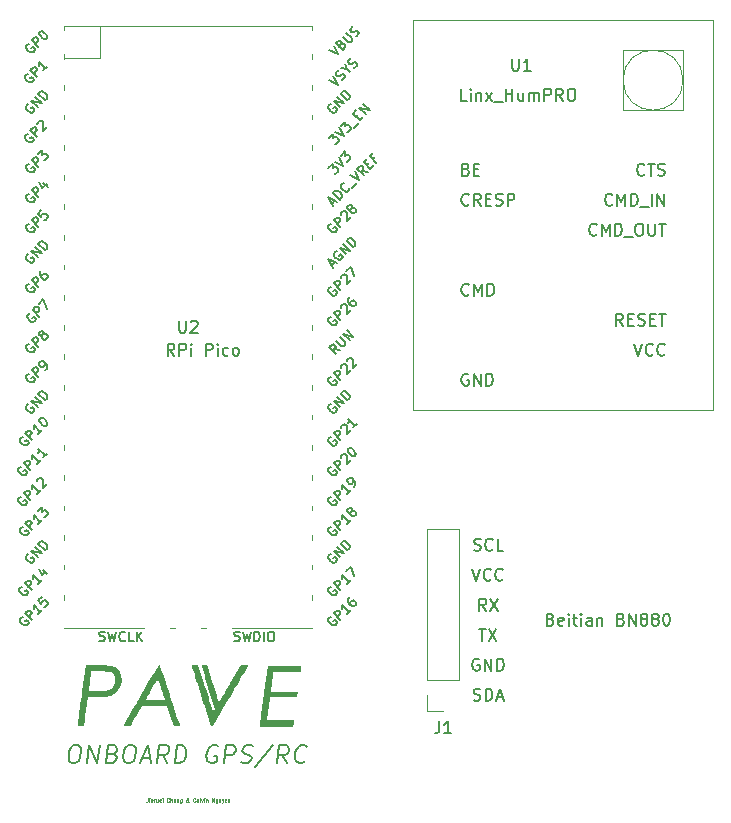
<source format=gto>
G04 #@! TF.GenerationSoftware,KiCad,Pcbnew,(6.0.8)*
G04 #@! TF.CreationDate,2024-02-14T20:34:26-05:00*
G04 #@! TF.ProjectId,boat,626f6174-2e6b-4696-9361-645f70636258,rev?*
G04 #@! TF.SameCoordinates,Original*
G04 #@! TF.FileFunction,Legend,Top*
G04 #@! TF.FilePolarity,Positive*
%FSLAX46Y46*%
G04 Gerber Fmt 4.6, Leading zero omitted, Abs format (unit mm)*
G04 Created by KiCad (PCBNEW (6.0.8)) date 2024-02-14 20:34:26*
%MOMM*%
%LPD*%
G01*
G04 APERTURE LIST*
%ADD10C,0.075000*%
%ADD11C,0.150000*%
%ADD12C,0.300000*%
%ADD13C,0.120000*%
%ADD14O,1.700000X1.700000*%
%ADD15R,3.500000X1.700000*%
%ADD16R,1.700000X1.700000*%
%ADD17R,1.700000X3.500000*%
G04 APERTURE END LIST*
D10*
X135015714Y-130645714D02*
X135015714Y-130860000D01*
X135001428Y-130902857D01*
X134972857Y-130931428D01*
X134930000Y-130945714D01*
X134901428Y-130945714D01*
X135158571Y-130945714D02*
X135158571Y-130745714D01*
X135158571Y-130645714D02*
X135144285Y-130660000D01*
X135158571Y-130674285D01*
X135172857Y-130660000D01*
X135158571Y-130645714D01*
X135158571Y-130674285D01*
X135415714Y-130931428D02*
X135387142Y-130945714D01*
X135330000Y-130945714D01*
X135301428Y-130931428D01*
X135287142Y-130902857D01*
X135287142Y-130788571D01*
X135301428Y-130760000D01*
X135330000Y-130745714D01*
X135387142Y-130745714D01*
X135415714Y-130760000D01*
X135430000Y-130788571D01*
X135430000Y-130817142D01*
X135287142Y-130845714D01*
X135558571Y-130945714D02*
X135558571Y-130745714D01*
X135558571Y-130802857D02*
X135572857Y-130774285D01*
X135587142Y-130760000D01*
X135615714Y-130745714D01*
X135644285Y-130745714D01*
X135872857Y-130745714D02*
X135872857Y-130945714D01*
X135744285Y-130745714D02*
X135744285Y-130902857D01*
X135758571Y-130931428D01*
X135787142Y-130945714D01*
X135830000Y-130945714D01*
X135858571Y-130931428D01*
X135872857Y-130917142D01*
X136130000Y-130931428D02*
X136101428Y-130945714D01*
X136044285Y-130945714D01*
X136015714Y-130931428D01*
X136001428Y-130902857D01*
X136001428Y-130788571D01*
X136015714Y-130760000D01*
X136044285Y-130745714D01*
X136101428Y-130745714D01*
X136130000Y-130760000D01*
X136144285Y-130788571D01*
X136144285Y-130817142D01*
X136001428Y-130845714D01*
X136272857Y-130945714D02*
X136272857Y-130745714D01*
X136272857Y-130645714D02*
X136258571Y-130660000D01*
X136272857Y-130674285D01*
X136287142Y-130660000D01*
X136272857Y-130645714D01*
X136272857Y-130674285D01*
X136815714Y-130917142D02*
X136801428Y-130931428D01*
X136758571Y-130945714D01*
X136730000Y-130945714D01*
X136687142Y-130931428D01*
X136658571Y-130902857D01*
X136644285Y-130874285D01*
X136630000Y-130817142D01*
X136630000Y-130774285D01*
X136644285Y-130717142D01*
X136658571Y-130688571D01*
X136687142Y-130660000D01*
X136730000Y-130645714D01*
X136758571Y-130645714D01*
X136801428Y-130660000D01*
X136815714Y-130674285D01*
X136944285Y-130945714D02*
X136944285Y-130645714D01*
X137072857Y-130945714D02*
X137072857Y-130788571D01*
X137058571Y-130760000D01*
X137030000Y-130745714D01*
X136987142Y-130745714D01*
X136958571Y-130760000D01*
X136944285Y-130774285D01*
X137344285Y-130945714D02*
X137344285Y-130788571D01*
X137330000Y-130760000D01*
X137301428Y-130745714D01*
X137244285Y-130745714D01*
X137215714Y-130760000D01*
X137344285Y-130931428D02*
X137315714Y-130945714D01*
X137244285Y-130945714D01*
X137215714Y-130931428D01*
X137201428Y-130902857D01*
X137201428Y-130874285D01*
X137215714Y-130845714D01*
X137244285Y-130831428D01*
X137315714Y-130831428D01*
X137344285Y-130817142D01*
X137487142Y-130745714D02*
X137487142Y-130945714D01*
X137487142Y-130774285D02*
X137501428Y-130760000D01*
X137530000Y-130745714D01*
X137572857Y-130745714D01*
X137601428Y-130760000D01*
X137615714Y-130788571D01*
X137615714Y-130945714D01*
X137887142Y-130745714D02*
X137887142Y-130988571D01*
X137872857Y-131017142D01*
X137858571Y-131031428D01*
X137830000Y-131045714D01*
X137787142Y-131045714D01*
X137758571Y-131031428D01*
X137887142Y-130931428D02*
X137858571Y-130945714D01*
X137801428Y-130945714D01*
X137772857Y-130931428D01*
X137758571Y-130917142D01*
X137744285Y-130888571D01*
X137744285Y-130802857D01*
X137758571Y-130774285D01*
X137772857Y-130760000D01*
X137801428Y-130745714D01*
X137858571Y-130745714D01*
X137887142Y-130760000D01*
X138501428Y-130945714D02*
X138487142Y-130945714D01*
X138458571Y-130931428D01*
X138415714Y-130888571D01*
X138344285Y-130802857D01*
X138315714Y-130760000D01*
X138301428Y-130717142D01*
X138301428Y-130688571D01*
X138315714Y-130660000D01*
X138344285Y-130645714D01*
X138358571Y-130645714D01*
X138387142Y-130660000D01*
X138401428Y-130688571D01*
X138401428Y-130702857D01*
X138387142Y-130731428D01*
X138372857Y-130745714D01*
X138287142Y-130802857D01*
X138272857Y-130817142D01*
X138258571Y-130845714D01*
X138258571Y-130888571D01*
X138272857Y-130917142D01*
X138287142Y-130931428D01*
X138315714Y-130945714D01*
X138358571Y-130945714D01*
X138387142Y-130931428D01*
X138401428Y-130917142D01*
X138444285Y-130860000D01*
X138458571Y-130817142D01*
X138458571Y-130788571D01*
X139030000Y-130917142D02*
X139015714Y-130931428D01*
X138972857Y-130945714D01*
X138944285Y-130945714D01*
X138901428Y-130931428D01*
X138872857Y-130902857D01*
X138858571Y-130874285D01*
X138844285Y-130817142D01*
X138844285Y-130774285D01*
X138858571Y-130717142D01*
X138872857Y-130688571D01*
X138901428Y-130660000D01*
X138944285Y-130645714D01*
X138972857Y-130645714D01*
X139015714Y-130660000D01*
X139030000Y-130674285D01*
X139287142Y-130945714D02*
X139287142Y-130788571D01*
X139272857Y-130760000D01*
X139244285Y-130745714D01*
X139187142Y-130745714D01*
X139158571Y-130760000D01*
X139287142Y-130931428D02*
X139258571Y-130945714D01*
X139187142Y-130945714D01*
X139158571Y-130931428D01*
X139144285Y-130902857D01*
X139144285Y-130874285D01*
X139158571Y-130845714D01*
X139187142Y-130831428D01*
X139258571Y-130831428D01*
X139287142Y-130817142D01*
X139472857Y-130945714D02*
X139444285Y-130931428D01*
X139430000Y-130902857D01*
X139430000Y-130645714D01*
X139558571Y-130745714D02*
X139630000Y-130945714D01*
X139701428Y-130745714D01*
X139815714Y-130945714D02*
X139815714Y-130745714D01*
X139815714Y-130645714D02*
X139801428Y-130660000D01*
X139815714Y-130674285D01*
X139830000Y-130660000D01*
X139815714Y-130645714D01*
X139815714Y-130674285D01*
X139958571Y-130745714D02*
X139958571Y-130945714D01*
X139958571Y-130774285D02*
X139972857Y-130760000D01*
X140001428Y-130745714D01*
X140044285Y-130745714D01*
X140072857Y-130760000D01*
X140087142Y-130788571D01*
X140087142Y-130945714D01*
X140458571Y-130945714D02*
X140458571Y-130645714D01*
X140630000Y-130945714D01*
X140630000Y-130645714D01*
X140901428Y-130745714D02*
X140901428Y-130988571D01*
X140887142Y-131017142D01*
X140872857Y-131031428D01*
X140844285Y-131045714D01*
X140801428Y-131045714D01*
X140772857Y-131031428D01*
X140901428Y-130931428D02*
X140872857Y-130945714D01*
X140815714Y-130945714D01*
X140787142Y-130931428D01*
X140772857Y-130917142D01*
X140758571Y-130888571D01*
X140758571Y-130802857D01*
X140772857Y-130774285D01*
X140787142Y-130760000D01*
X140815714Y-130745714D01*
X140872857Y-130745714D01*
X140901428Y-130760000D01*
X141172857Y-130745714D02*
X141172857Y-130945714D01*
X141044285Y-130745714D02*
X141044285Y-130902857D01*
X141058571Y-130931428D01*
X141087142Y-130945714D01*
X141130000Y-130945714D01*
X141158571Y-130931428D01*
X141172857Y-130917142D01*
X141287142Y-130745714D02*
X141358571Y-130945714D01*
X141430000Y-130745714D02*
X141358571Y-130945714D01*
X141330000Y-131017142D01*
X141315714Y-131031428D01*
X141287142Y-131045714D01*
X141658571Y-130931428D02*
X141630000Y-130945714D01*
X141572857Y-130945714D01*
X141544285Y-130931428D01*
X141530000Y-130902857D01*
X141530000Y-130788571D01*
X141544285Y-130760000D01*
X141572857Y-130745714D01*
X141630000Y-130745714D01*
X141658571Y-130760000D01*
X141672857Y-130788571D01*
X141672857Y-130817142D01*
X141530000Y-130845714D01*
X141801428Y-130745714D02*
X141801428Y-130945714D01*
X141801428Y-130774285D02*
X141815714Y-130760000D01*
X141844285Y-130745714D01*
X141887142Y-130745714D01*
X141915714Y-130760000D01*
X141930000Y-130788571D01*
X141930000Y-130945714D01*
D11*
X162036666Y-71572380D02*
X161560476Y-71572380D01*
X161560476Y-70572380D01*
X162370000Y-71572380D02*
X162370000Y-70905714D01*
X162370000Y-70572380D02*
X162322380Y-70620000D01*
X162370000Y-70667619D01*
X162417619Y-70620000D01*
X162370000Y-70572380D01*
X162370000Y-70667619D01*
X162846190Y-70905714D02*
X162846190Y-71572380D01*
X162846190Y-71000952D02*
X162893809Y-70953333D01*
X162989047Y-70905714D01*
X163131904Y-70905714D01*
X163227142Y-70953333D01*
X163274761Y-71048571D01*
X163274761Y-71572380D01*
X163655714Y-71572380D02*
X164179523Y-70905714D01*
X163655714Y-70905714D02*
X164179523Y-71572380D01*
X164322380Y-71667619D02*
X165084285Y-71667619D01*
X165322380Y-71572380D02*
X165322380Y-70572380D01*
X165322380Y-71048571D02*
X165893809Y-71048571D01*
X165893809Y-71572380D02*
X165893809Y-70572380D01*
X166798571Y-70905714D02*
X166798571Y-71572380D01*
X166370000Y-70905714D02*
X166370000Y-71429523D01*
X166417619Y-71524761D01*
X166512857Y-71572380D01*
X166655714Y-71572380D01*
X166750952Y-71524761D01*
X166798571Y-71477142D01*
X167274761Y-71572380D02*
X167274761Y-70905714D01*
X167274761Y-71000952D02*
X167322380Y-70953333D01*
X167417619Y-70905714D01*
X167560476Y-70905714D01*
X167655714Y-70953333D01*
X167703333Y-71048571D01*
X167703333Y-71572380D01*
X167703333Y-71048571D02*
X167750952Y-70953333D01*
X167846190Y-70905714D01*
X167989047Y-70905714D01*
X168084285Y-70953333D01*
X168131904Y-71048571D01*
X168131904Y-71572380D01*
X168608095Y-71572380D02*
X168608095Y-70572380D01*
X168989047Y-70572380D01*
X169084285Y-70620000D01*
X169131904Y-70667619D01*
X169179523Y-70762857D01*
X169179523Y-70905714D01*
X169131904Y-71000952D01*
X169084285Y-71048571D01*
X168989047Y-71096190D01*
X168608095Y-71096190D01*
X170179523Y-71572380D02*
X169846190Y-71096190D01*
X169608095Y-71572380D02*
X169608095Y-70572380D01*
X169989047Y-70572380D01*
X170084285Y-70620000D01*
X170131904Y-70667619D01*
X170179523Y-70762857D01*
X170179523Y-70905714D01*
X170131904Y-71000952D01*
X170084285Y-71048571D01*
X169989047Y-71096190D01*
X169608095Y-71096190D01*
X170798571Y-70572380D02*
X170989047Y-70572380D01*
X171084285Y-70620000D01*
X171179523Y-70715238D01*
X171227142Y-70905714D01*
X171227142Y-71239047D01*
X171179523Y-71429523D01*
X171084285Y-71524761D01*
X170989047Y-71572380D01*
X170798571Y-71572380D01*
X170703333Y-71524761D01*
X170608095Y-71429523D01*
X170560476Y-71239047D01*
X170560476Y-70905714D01*
X170608095Y-70715238D01*
X170703333Y-70620000D01*
X170798571Y-70572380D01*
X163663333Y-114752380D02*
X163330000Y-114276190D01*
X163091904Y-114752380D02*
X163091904Y-113752380D01*
X163472857Y-113752380D01*
X163568095Y-113800000D01*
X163615714Y-113847619D01*
X163663333Y-113942857D01*
X163663333Y-114085714D01*
X163615714Y-114180952D01*
X163568095Y-114228571D01*
X163472857Y-114276190D01*
X163091904Y-114276190D01*
X163996666Y-113752380D02*
X164663333Y-114752380D01*
X164663333Y-113752380D02*
X163996666Y-114752380D01*
X163068095Y-116292380D02*
X163639523Y-116292380D01*
X163353809Y-117292380D02*
X163353809Y-116292380D01*
X163877619Y-116292380D02*
X164544285Y-117292380D01*
X164544285Y-116292380D02*
X163877619Y-117292380D01*
X169132857Y-115498571D02*
X169275714Y-115546190D01*
X169323333Y-115593809D01*
X169370952Y-115689047D01*
X169370952Y-115831904D01*
X169323333Y-115927142D01*
X169275714Y-115974761D01*
X169180476Y-116022380D01*
X168799523Y-116022380D01*
X168799523Y-115022380D01*
X169132857Y-115022380D01*
X169228095Y-115070000D01*
X169275714Y-115117619D01*
X169323333Y-115212857D01*
X169323333Y-115308095D01*
X169275714Y-115403333D01*
X169228095Y-115450952D01*
X169132857Y-115498571D01*
X168799523Y-115498571D01*
X170180476Y-115974761D02*
X170085238Y-116022380D01*
X169894761Y-116022380D01*
X169799523Y-115974761D01*
X169751904Y-115879523D01*
X169751904Y-115498571D01*
X169799523Y-115403333D01*
X169894761Y-115355714D01*
X170085238Y-115355714D01*
X170180476Y-115403333D01*
X170228095Y-115498571D01*
X170228095Y-115593809D01*
X169751904Y-115689047D01*
X170656666Y-116022380D02*
X170656666Y-115355714D01*
X170656666Y-115022380D02*
X170609047Y-115070000D01*
X170656666Y-115117619D01*
X170704285Y-115070000D01*
X170656666Y-115022380D01*
X170656666Y-115117619D01*
X170990000Y-115355714D02*
X171370952Y-115355714D01*
X171132857Y-115022380D02*
X171132857Y-115879523D01*
X171180476Y-115974761D01*
X171275714Y-116022380D01*
X171370952Y-116022380D01*
X171704285Y-116022380D02*
X171704285Y-115355714D01*
X171704285Y-115022380D02*
X171656666Y-115070000D01*
X171704285Y-115117619D01*
X171751904Y-115070000D01*
X171704285Y-115022380D01*
X171704285Y-115117619D01*
X172609047Y-116022380D02*
X172609047Y-115498571D01*
X172561428Y-115403333D01*
X172466190Y-115355714D01*
X172275714Y-115355714D01*
X172180476Y-115403333D01*
X172609047Y-115974761D02*
X172513809Y-116022380D01*
X172275714Y-116022380D01*
X172180476Y-115974761D01*
X172132857Y-115879523D01*
X172132857Y-115784285D01*
X172180476Y-115689047D01*
X172275714Y-115641428D01*
X172513809Y-115641428D01*
X172609047Y-115593809D01*
X173085238Y-115355714D02*
X173085238Y-116022380D01*
X173085238Y-115450952D02*
X173132857Y-115403333D01*
X173228095Y-115355714D01*
X173370952Y-115355714D01*
X173466190Y-115403333D01*
X173513809Y-115498571D01*
X173513809Y-116022380D01*
X175085238Y-115498571D02*
X175228095Y-115546190D01*
X175275714Y-115593809D01*
X175323333Y-115689047D01*
X175323333Y-115831904D01*
X175275714Y-115927142D01*
X175228095Y-115974761D01*
X175132857Y-116022380D01*
X174751904Y-116022380D01*
X174751904Y-115022380D01*
X175085238Y-115022380D01*
X175180476Y-115070000D01*
X175228095Y-115117619D01*
X175275714Y-115212857D01*
X175275714Y-115308095D01*
X175228095Y-115403333D01*
X175180476Y-115450952D01*
X175085238Y-115498571D01*
X174751904Y-115498571D01*
X175751904Y-116022380D02*
X175751904Y-115022380D01*
X176323333Y-116022380D01*
X176323333Y-115022380D01*
X176942380Y-115450952D02*
X176847142Y-115403333D01*
X176799523Y-115355714D01*
X176751904Y-115260476D01*
X176751904Y-115212857D01*
X176799523Y-115117619D01*
X176847142Y-115070000D01*
X176942380Y-115022380D01*
X177132857Y-115022380D01*
X177228095Y-115070000D01*
X177275714Y-115117619D01*
X177323333Y-115212857D01*
X177323333Y-115260476D01*
X177275714Y-115355714D01*
X177228095Y-115403333D01*
X177132857Y-115450952D01*
X176942380Y-115450952D01*
X176847142Y-115498571D01*
X176799523Y-115546190D01*
X176751904Y-115641428D01*
X176751904Y-115831904D01*
X176799523Y-115927142D01*
X176847142Y-115974761D01*
X176942380Y-116022380D01*
X177132857Y-116022380D01*
X177228095Y-115974761D01*
X177275714Y-115927142D01*
X177323333Y-115831904D01*
X177323333Y-115641428D01*
X177275714Y-115546190D01*
X177228095Y-115498571D01*
X177132857Y-115450952D01*
X177894761Y-115450952D02*
X177799523Y-115403333D01*
X177751904Y-115355714D01*
X177704285Y-115260476D01*
X177704285Y-115212857D01*
X177751904Y-115117619D01*
X177799523Y-115070000D01*
X177894761Y-115022380D01*
X178085238Y-115022380D01*
X178180476Y-115070000D01*
X178228095Y-115117619D01*
X178275714Y-115212857D01*
X178275714Y-115260476D01*
X178228095Y-115355714D01*
X178180476Y-115403333D01*
X178085238Y-115450952D01*
X177894761Y-115450952D01*
X177799523Y-115498571D01*
X177751904Y-115546190D01*
X177704285Y-115641428D01*
X177704285Y-115831904D01*
X177751904Y-115927142D01*
X177799523Y-115974761D01*
X177894761Y-116022380D01*
X178085238Y-116022380D01*
X178180476Y-115974761D01*
X178228095Y-115927142D01*
X178275714Y-115831904D01*
X178275714Y-115641428D01*
X178228095Y-115546190D01*
X178180476Y-115498571D01*
X178085238Y-115450952D01*
X178894761Y-115022380D02*
X178990000Y-115022380D01*
X179085238Y-115070000D01*
X179132857Y-115117619D01*
X179180476Y-115212857D01*
X179228095Y-115403333D01*
X179228095Y-115641428D01*
X179180476Y-115831904D01*
X179132857Y-115927142D01*
X179085238Y-115974761D01*
X178990000Y-116022380D01*
X178894761Y-116022380D01*
X178799523Y-115974761D01*
X178751904Y-115927142D01*
X178704285Y-115831904D01*
X178656666Y-115641428D01*
X178656666Y-115403333D01*
X178704285Y-115212857D01*
X178751904Y-115117619D01*
X178799523Y-115070000D01*
X178894761Y-115022380D01*
X128796919Y-126178571D02*
X129082633Y-126178571D01*
X129216562Y-126250000D01*
X129341562Y-126392857D01*
X129377276Y-126678571D01*
X129314776Y-127178571D01*
X129207633Y-127464285D01*
X129046919Y-127607142D01*
X128895133Y-127678571D01*
X128609419Y-127678571D01*
X128475491Y-127607142D01*
X128350491Y-127464285D01*
X128314776Y-127178571D01*
X128377276Y-126678571D01*
X128484419Y-126392857D01*
X128645133Y-126250000D01*
X128796919Y-126178571D01*
X129895133Y-127678571D02*
X130082633Y-126178571D01*
X130752276Y-127678571D01*
X130939776Y-126178571D01*
X132064776Y-126892857D02*
X132270133Y-126964285D01*
X132332633Y-127035714D01*
X132386205Y-127178571D01*
X132359419Y-127392857D01*
X132270133Y-127535714D01*
X132189776Y-127607142D01*
X132037991Y-127678571D01*
X131466562Y-127678571D01*
X131654062Y-126178571D01*
X132154062Y-126178571D01*
X132287991Y-126250000D01*
X132350491Y-126321428D01*
X132404062Y-126464285D01*
X132386205Y-126607142D01*
X132296919Y-126750000D01*
X132216562Y-126821428D01*
X132064776Y-126892857D01*
X131564776Y-126892857D01*
X133439776Y-126178571D02*
X133725491Y-126178571D01*
X133859419Y-126250000D01*
X133984419Y-126392857D01*
X134020133Y-126678571D01*
X133957633Y-127178571D01*
X133850491Y-127464285D01*
X133689776Y-127607142D01*
X133537991Y-127678571D01*
X133252276Y-127678571D01*
X133118348Y-127607142D01*
X132993348Y-127464285D01*
X132957633Y-127178571D01*
X133020133Y-126678571D01*
X133127276Y-126392857D01*
X133287991Y-126250000D01*
X133439776Y-126178571D01*
X134520133Y-127250000D02*
X135234419Y-127250000D01*
X134323705Y-127678571D02*
X135011205Y-126178571D01*
X135323705Y-127678571D01*
X136680848Y-127678571D02*
X136270133Y-126964285D01*
X135823705Y-127678571D02*
X136011205Y-126178571D01*
X136582633Y-126178571D01*
X136716562Y-126250000D01*
X136779062Y-126321428D01*
X136832633Y-126464285D01*
X136805848Y-126678571D01*
X136716562Y-126821428D01*
X136636205Y-126892857D01*
X136484419Y-126964285D01*
X135912991Y-126964285D01*
X137323705Y-127678571D02*
X137511205Y-126178571D01*
X137868348Y-126178571D01*
X138073705Y-126250000D01*
X138198705Y-126392857D01*
X138252276Y-126535714D01*
X138287991Y-126821428D01*
X138261205Y-127035714D01*
X138154062Y-127321428D01*
X138064776Y-127464285D01*
X137904062Y-127607142D01*
X137680848Y-127678571D01*
X137323705Y-127678571D01*
X140930848Y-126250000D02*
X140796919Y-126178571D01*
X140582633Y-126178571D01*
X140359419Y-126250000D01*
X140198705Y-126392857D01*
X140109419Y-126535714D01*
X140002276Y-126821428D01*
X139975491Y-127035714D01*
X140011205Y-127321428D01*
X140064776Y-127464285D01*
X140189776Y-127607142D01*
X140395133Y-127678571D01*
X140537991Y-127678571D01*
X140761205Y-127607142D01*
X140841562Y-127535714D01*
X140904062Y-127035714D01*
X140618348Y-127035714D01*
X141466562Y-127678571D02*
X141654062Y-126178571D01*
X142225491Y-126178571D01*
X142359419Y-126250000D01*
X142421919Y-126321428D01*
X142475491Y-126464285D01*
X142448705Y-126678571D01*
X142359419Y-126821428D01*
X142279062Y-126892857D01*
X142127276Y-126964285D01*
X141555848Y-126964285D01*
X142904062Y-127607142D02*
X143109419Y-127678571D01*
X143466562Y-127678571D01*
X143618348Y-127607142D01*
X143698705Y-127535714D01*
X143787991Y-127392857D01*
X143805848Y-127250000D01*
X143752276Y-127107142D01*
X143689776Y-127035714D01*
X143555848Y-126964285D01*
X143279062Y-126892857D01*
X143145133Y-126821428D01*
X143082633Y-126750000D01*
X143029062Y-126607142D01*
X143046919Y-126464285D01*
X143136205Y-126321428D01*
X143216562Y-126250000D01*
X143368348Y-126178571D01*
X143725491Y-126178571D01*
X143930848Y-126250000D01*
X145662991Y-126107142D02*
X144136205Y-128035714D01*
X146823705Y-127678571D02*
X146412991Y-126964285D01*
X145966562Y-127678571D02*
X146154062Y-126178571D01*
X146725491Y-126178571D01*
X146859419Y-126250000D01*
X146921919Y-126321428D01*
X146975491Y-126464285D01*
X146948705Y-126678571D01*
X146859419Y-126821428D01*
X146779062Y-126892857D01*
X146627276Y-126964285D01*
X146055848Y-126964285D01*
X148341562Y-127535714D02*
X148261205Y-127607142D01*
X148037991Y-127678571D01*
X147895133Y-127678571D01*
X147689776Y-127607142D01*
X147564776Y-127464285D01*
X147511205Y-127321428D01*
X147475491Y-127035714D01*
X147502276Y-126821428D01*
X147609419Y-126535714D01*
X147698705Y-126392857D01*
X147859419Y-126250000D01*
X148082633Y-126178571D01*
X148225491Y-126178571D01*
X148430848Y-126250000D01*
X148493348Y-126321428D01*
X163068095Y-118880000D02*
X162972857Y-118832380D01*
X162830000Y-118832380D01*
X162687142Y-118880000D01*
X162591904Y-118975238D01*
X162544285Y-119070476D01*
X162496666Y-119260952D01*
X162496666Y-119403809D01*
X162544285Y-119594285D01*
X162591904Y-119689523D01*
X162687142Y-119784761D01*
X162830000Y-119832380D01*
X162925238Y-119832380D01*
X163068095Y-119784761D01*
X163115714Y-119737142D01*
X163115714Y-119403809D01*
X162925238Y-119403809D01*
X163544285Y-119832380D02*
X163544285Y-118832380D01*
X164115714Y-119832380D01*
X164115714Y-118832380D01*
X164591904Y-119832380D02*
X164591904Y-118832380D01*
X164830000Y-118832380D01*
X164972857Y-118880000D01*
X165068095Y-118975238D01*
X165115714Y-119070476D01*
X165163333Y-119260952D01*
X165163333Y-119403809D01*
X165115714Y-119594285D01*
X165068095Y-119689523D01*
X164972857Y-119784761D01*
X164830000Y-119832380D01*
X164591904Y-119832380D01*
X162615714Y-122324761D02*
X162758571Y-122372380D01*
X162996666Y-122372380D01*
X163091904Y-122324761D01*
X163139523Y-122277142D01*
X163187142Y-122181904D01*
X163187142Y-122086666D01*
X163139523Y-121991428D01*
X163091904Y-121943809D01*
X162996666Y-121896190D01*
X162806190Y-121848571D01*
X162710952Y-121800952D01*
X162663333Y-121753333D01*
X162615714Y-121658095D01*
X162615714Y-121562857D01*
X162663333Y-121467619D01*
X162710952Y-121420000D01*
X162806190Y-121372380D01*
X163044285Y-121372380D01*
X163187142Y-121420000D01*
X163615714Y-122372380D02*
X163615714Y-121372380D01*
X163853809Y-121372380D01*
X163996666Y-121420000D01*
X164091904Y-121515238D01*
X164139523Y-121610476D01*
X164187142Y-121800952D01*
X164187142Y-121943809D01*
X164139523Y-122134285D01*
X164091904Y-122229523D01*
X163996666Y-122324761D01*
X163853809Y-122372380D01*
X163615714Y-122372380D01*
X164568095Y-122086666D02*
X165044285Y-122086666D01*
X164472857Y-122372380D02*
X164806190Y-121372380D01*
X165139523Y-122372380D01*
X162496666Y-111212380D02*
X162830000Y-112212380D01*
X163163333Y-111212380D01*
X164068095Y-112117142D02*
X164020476Y-112164761D01*
X163877619Y-112212380D01*
X163782380Y-112212380D01*
X163639523Y-112164761D01*
X163544285Y-112069523D01*
X163496666Y-111974285D01*
X163449047Y-111783809D01*
X163449047Y-111640952D01*
X163496666Y-111450476D01*
X163544285Y-111355238D01*
X163639523Y-111260000D01*
X163782380Y-111212380D01*
X163877619Y-111212380D01*
X164020476Y-111260000D01*
X164068095Y-111307619D01*
X165068095Y-112117142D02*
X165020476Y-112164761D01*
X164877619Y-112212380D01*
X164782380Y-112212380D01*
X164639523Y-112164761D01*
X164544285Y-112069523D01*
X164496666Y-111974285D01*
X164449047Y-111783809D01*
X164449047Y-111640952D01*
X164496666Y-111450476D01*
X164544285Y-111355238D01*
X164639523Y-111260000D01*
X164782380Y-111212380D01*
X164877619Y-111212380D01*
X165020476Y-111260000D01*
X165068095Y-111307619D01*
X162639523Y-109624761D02*
X162782380Y-109672380D01*
X163020476Y-109672380D01*
X163115714Y-109624761D01*
X163163333Y-109577142D01*
X163210952Y-109481904D01*
X163210952Y-109386666D01*
X163163333Y-109291428D01*
X163115714Y-109243809D01*
X163020476Y-109196190D01*
X162830000Y-109148571D01*
X162734761Y-109100952D01*
X162687142Y-109053333D01*
X162639523Y-108958095D01*
X162639523Y-108862857D01*
X162687142Y-108767619D01*
X162734761Y-108720000D01*
X162830000Y-108672380D01*
X163068095Y-108672380D01*
X163210952Y-108720000D01*
X164210952Y-109577142D02*
X164163333Y-109624761D01*
X164020476Y-109672380D01*
X163925238Y-109672380D01*
X163782380Y-109624761D01*
X163687142Y-109529523D01*
X163639523Y-109434285D01*
X163591904Y-109243809D01*
X163591904Y-109100952D01*
X163639523Y-108910476D01*
X163687142Y-108815238D01*
X163782380Y-108720000D01*
X163925238Y-108672380D01*
X164020476Y-108672380D01*
X164163333Y-108720000D01*
X164210952Y-108767619D01*
X165115714Y-109672380D02*
X164639523Y-109672380D01*
X164639523Y-108672380D01*
X137271428Y-93162380D02*
X136938095Y-92686190D01*
X136700000Y-93162380D02*
X136700000Y-92162380D01*
X137080952Y-92162380D01*
X137176190Y-92210000D01*
X137223809Y-92257619D01*
X137271428Y-92352857D01*
X137271428Y-92495714D01*
X137223809Y-92590952D01*
X137176190Y-92638571D01*
X137080952Y-92686190D01*
X136700000Y-92686190D01*
X137700000Y-93162380D02*
X137700000Y-92162380D01*
X138080952Y-92162380D01*
X138176190Y-92210000D01*
X138223809Y-92257619D01*
X138271428Y-92352857D01*
X138271428Y-92495714D01*
X138223809Y-92590952D01*
X138176190Y-92638571D01*
X138080952Y-92686190D01*
X137700000Y-92686190D01*
X138700000Y-93162380D02*
X138700000Y-92495714D01*
X138700000Y-92162380D02*
X138652380Y-92210000D01*
X138700000Y-92257619D01*
X138747619Y-92210000D01*
X138700000Y-92162380D01*
X138700000Y-92257619D01*
X139938095Y-93162380D02*
X139938095Y-92162380D01*
X140319047Y-92162380D01*
X140414285Y-92210000D01*
X140461904Y-92257619D01*
X140509523Y-92352857D01*
X140509523Y-92495714D01*
X140461904Y-92590952D01*
X140414285Y-92638571D01*
X140319047Y-92686190D01*
X139938095Y-92686190D01*
X140938095Y-93162380D02*
X140938095Y-92495714D01*
X140938095Y-92162380D02*
X140890476Y-92210000D01*
X140938095Y-92257619D01*
X140985714Y-92210000D01*
X140938095Y-92162380D01*
X140938095Y-92257619D01*
X141842857Y-93114761D02*
X141747619Y-93162380D01*
X141557142Y-93162380D01*
X141461904Y-93114761D01*
X141414285Y-93067142D01*
X141366666Y-92971904D01*
X141366666Y-92686190D01*
X141414285Y-92590952D01*
X141461904Y-92543333D01*
X141557142Y-92495714D01*
X141747619Y-92495714D01*
X141842857Y-92543333D01*
X142414285Y-93162380D02*
X142319047Y-93114761D01*
X142271428Y-93067142D01*
X142223809Y-92971904D01*
X142223809Y-92686190D01*
X142271428Y-92590952D01*
X142319047Y-92543333D01*
X142414285Y-92495714D01*
X142557142Y-92495714D01*
X142652380Y-92543333D01*
X142700000Y-92590952D01*
X142747619Y-92686190D01*
X142747619Y-92971904D01*
X142700000Y-93067142D01*
X142652380Y-93114761D01*
X142557142Y-93162380D01*
X142414285Y-93162380D01*
X165862095Y-68032380D02*
X165862095Y-68841904D01*
X165909714Y-68937142D01*
X165957333Y-68984761D01*
X166052571Y-69032380D01*
X166243047Y-69032380D01*
X166338285Y-68984761D01*
X166385904Y-68937142D01*
X166433523Y-68841904D01*
X166433523Y-68032380D01*
X167433523Y-69032380D02*
X166862095Y-69032380D01*
X167147809Y-69032380D02*
X167147809Y-68032380D01*
X167052571Y-68175238D01*
X166957333Y-68270476D01*
X166862095Y-68318095D01*
X176210595Y-92162380D02*
X176543928Y-93162380D01*
X176877261Y-92162380D01*
X177782023Y-93067142D02*
X177734404Y-93114761D01*
X177591547Y-93162380D01*
X177496309Y-93162380D01*
X177353452Y-93114761D01*
X177258214Y-93019523D01*
X177210595Y-92924285D01*
X177162976Y-92733809D01*
X177162976Y-92590952D01*
X177210595Y-92400476D01*
X177258214Y-92305238D01*
X177353452Y-92210000D01*
X177496309Y-92162380D01*
X177591547Y-92162380D01*
X177734404Y-92210000D01*
X177782023Y-92257619D01*
X178782023Y-93067142D02*
X178734404Y-93114761D01*
X178591547Y-93162380D01*
X178496309Y-93162380D01*
X178353452Y-93114761D01*
X178258214Y-93019523D01*
X178210595Y-92924285D01*
X178162976Y-92733809D01*
X178162976Y-92590952D01*
X178210595Y-92400476D01*
X178258214Y-92305238D01*
X178353452Y-92210000D01*
X178496309Y-92162380D01*
X178591547Y-92162380D01*
X178734404Y-92210000D01*
X178782023Y-92257619D01*
X173020119Y-82907142D02*
X172972500Y-82954761D01*
X172829642Y-83002380D01*
X172734404Y-83002380D01*
X172591547Y-82954761D01*
X172496309Y-82859523D01*
X172448690Y-82764285D01*
X172401071Y-82573809D01*
X172401071Y-82430952D01*
X172448690Y-82240476D01*
X172496309Y-82145238D01*
X172591547Y-82050000D01*
X172734404Y-82002380D01*
X172829642Y-82002380D01*
X172972500Y-82050000D01*
X173020119Y-82097619D01*
X173448690Y-83002380D02*
X173448690Y-82002380D01*
X173782023Y-82716666D01*
X174115357Y-82002380D01*
X174115357Y-83002380D01*
X174591547Y-83002380D02*
X174591547Y-82002380D01*
X174829642Y-82002380D01*
X174972500Y-82050000D01*
X175067738Y-82145238D01*
X175115357Y-82240476D01*
X175162976Y-82430952D01*
X175162976Y-82573809D01*
X175115357Y-82764285D01*
X175067738Y-82859523D01*
X174972500Y-82954761D01*
X174829642Y-83002380D01*
X174591547Y-83002380D01*
X175353452Y-83097619D02*
X176115357Y-83097619D01*
X176543928Y-82002380D02*
X176734404Y-82002380D01*
X176829642Y-82050000D01*
X176924880Y-82145238D01*
X176972500Y-82335714D01*
X176972500Y-82669047D01*
X176924880Y-82859523D01*
X176829642Y-82954761D01*
X176734404Y-83002380D01*
X176543928Y-83002380D01*
X176448690Y-82954761D01*
X176353452Y-82859523D01*
X176305833Y-82669047D01*
X176305833Y-82335714D01*
X176353452Y-82145238D01*
X176448690Y-82050000D01*
X176543928Y-82002380D01*
X177401071Y-82002380D02*
X177401071Y-82811904D01*
X177448690Y-82907142D01*
X177496309Y-82954761D01*
X177591547Y-83002380D01*
X177782023Y-83002380D01*
X177877261Y-82954761D01*
X177924880Y-82907142D01*
X177972500Y-82811904D01*
X177972500Y-82002380D01*
X178305833Y-82002380D02*
X178877261Y-82002380D01*
X178591547Y-83002380D02*
X178591547Y-82002380D01*
X162149404Y-94750000D02*
X162054166Y-94702380D01*
X161911309Y-94702380D01*
X161768452Y-94750000D01*
X161673214Y-94845238D01*
X161625595Y-94940476D01*
X161577976Y-95130952D01*
X161577976Y-95273809D01*
X161625595Y-95464285D01*
X161673214Y-95559523D01*
X161768452Y-95654761D01*
X161911309Y-95702380D01*
X162006547Y-95702380D01*
X162149404Y-95654761D01*
X162197023Y-95607142D01*
X162197023Y-95273809D01*
X162006547Y-95273809D01*
X162625595Y-95702380D02*
X162625595Y-94702380D01*
X163197023Y-95702380D01*
X163197023Y-94702380D01*
X163673214Y-95702380D02*
X163673214Y-94702380D01*
X163911309Y-94702380D01*
X164054166Y-94750000D01*
X164149404Y-94845238D01*
X164197023Y-94940476D01*
X164244642Y-95130952D01*
X164244642Y-95273809D01*
X164197023Y-95464285D01*
X164149404Y-95559523D01*
X164054166Y-95654761D01*
X163911309Y-95702380D01*
X163673214Y-95702380D01*
X177067738Y-77827142D02*
X177020119Y-77874761D01*
X176877261Y-77922380D01*
X176782023Y-77922380D01*
X176639166Y-77874761D01*
X176543928Y-77779523D01*
X176496309Y-77684285D01*
X176448690Y-77493809D01*
X176448690Y-77350952D01*
X176496309Y-77160476D01*
X176543928Y-77065238D01*
X176639166Y-76970000D01*
X176782023Y-76922380D01*
X176877261Y-76922380D01*
X177020119Y-76970000D01*
X177067738Y-77017619D01*
X177353452Y-76922380D02*
X177924880Y-76922380D01*
X177639166Y-77922380D02*
X177639166Y-76922380D01*
X178210595Y-77874761D02*
X178353452Y-77922380D01*
X178591547Y-77922380D01*
X178686785Y-77874761D01*
X178734404Y-77827142D01*
X178782023Y-77731904D01*
X178782023Y-77636666D01*
X178734404Y-77541428D01*
X178686785Y-77493809D01*
X178591547Y-77446190D01*
X178401071Y-77398571D01*
X178305833Y-77350952D01*
X178258214Y-77303333D01*
X178210595Y-77208095D01*
X178210595Y-77112857D01*
X178258214Y-77017619D01*
X178305833Y-76970000D01*
X178401071Y-76922380D01*
X178639166Y-76922380D01*
X178782023Y-76970000D01*
X175258214Y-90622380D02*
X174924880Y-90146190D01*
X174686785Y-90622380D02*
X174686785Y-89622380D01*
X175067738Y-89622380D01*
X175162976Y-89670000D01*
X175210595Y-89717619D01*
X175258214Y-89812857D01*
X175258214Y-89955714D01*
X175210595Y-90050952D01*
X175162976Y-90098571D01*
X175067738Y-90146190D01*
X174686785Y-90146190D01*
X175686785Y-90098571D02*
X176020119Y-90098571D01*
X176162976Y-90622380D02*
X175686785Y-90622380D01*
X175686785Y-89622380D01*
X176162976Y-89622380D01*
X176543928Y-90574761D02*
X176686785Y-90622380D01*
X176924880Y-90622380D01*
X177020119Y-90574761D01*
X177067738Y-90527142D01*
X177115357Y-90431904D01*
X177115357Y-90336666D01*
X177067738Y-90241428D01*
X177020119Y-90193809D01*
X176924880Y-90146190D01*
X176734404Y-90098571D01*
X176639166Y-90050952D01*
X176591547Y-90003333D01*
X176543928Y-89908095D01*
X176543928Y-89812857D01*
X176591547Y-89717619D01*
X176639166Y-89670000D01*
X176734404Y-89622380D01*
X176972500Y-89622380D01*
X177115357Y-89670000D01*
X177543928Y-90098571D02*
X177877261Y-90098571D01*
X178020119Y-90622380D02*
X177543928Y-90622380D01*
X177543928Y-89622380D01*
X178020119Y-89622380D01*
X178305833Y-89622380D02*
X178877261Y-89622380D01*
X178591547Y-90622380D02*
X178591547Y-89622380D01*
X161958928Y-77398571D02*
X162101785Y-77446190D01*
X162149404Y-77493809D01*
X162197023Y-77589047D01*
X162197023Y-77731904D01*
X162149404Y-77827142D01*
X162101785Y-77874761D01*
X162006547Y-77922380D01*
X161625595Y-77922380D01*
X161625595Y-76922380D01*
X161958928Y-76922380D01*
X162054166Y-76970000D01*
X162101785Y-77017619D01*
X162149404Y-77112857D01*
X162149404Y-77208095D01*
X162101785Y-77303333D01*
X162054166Y-77350952D01*
X161958928Y-77398571D01*
X161625595Y-77398571D01*
X162625595Y-77398571D02*
X162958928Y-77398571D01*
X163101785Y-77922380D02*
X162625595Y-77922380D01*
X162625595Y-76922380D01*
X163101785Y-76922380D01*
X162197023Y-80367142D02*
X162149404Y-80414761D01*
X162006547Y-80462380D01*
X161911309Y-80462380D01*
X161768452Y-80414761D01*
X161673214Y-80319523D01*
X161625595Y-80224285D01*
X161577976Y-80033809D01*
X161577976Y-79890952D01*
X161625595Y-79700476D01*
X161673214Y-79605238D01*
X161768452Y-79510000D01*
X161911309Y-79462380D01*
X162006547Y-79462380D01*
X162149404Y-79510000D01*
X162197023Y-79557619D01*
X163197023Y-80462380D02*
X162863690Y-79986190D01*
X162625595Y-80462380D02*
X162625595Y-79462380D01*
X163006547Y-79462380D01*
X163101785Y-79510000D01*
X163149404Y-79557619D01*
X163197023Y-79652857D01*
X163197023Y-79795714D01*
X163149404Y-79890952D01*
X163101785Y-79938571D01*
X163006547Y-79986190D01*
X162625595Y-79986190D01*
X163625595Y-79938571D02*
X163958928Y-79938571D01*
X164101785Y-80462380D02*
X163625595Y-80462380D01*
X163625595Y-79462380D01*
X164101785Y-79462380D01*
X164482738Y-80414761D02*
X164625595Y-80462380D01*
X164863690Y-80462380D01*
X164958928Y-80414761D01*
X165006547Y-80367142D01*
X165054166Y-80271904D01*
X165054166Y-80176666D01*
X165006547Y-80081428D01*
X164958928Y-80033809D01*
X164863690Y-79986190D01*
X164673214Y-79938571D01*
X164577976Y-79890952D01*
X164530357Y-79843333D01*
X164482738Y-79748095D01*
X164482738Y-79652857D01*
X164530357Y-79557619D01*
X164577976Y-79510000D01*
X164673214Y-79462380D01*
X164911309Y-79462380D01*
X165054166Y-79510000D01*
X165482738Y-80462380D02*
X165482738Y-79462380D01*
X165863690Y-79462380D01*
X165958928Y-79510000D01*
X166006547Y-79557619D01*
X166054166Y-79652857D01*
X166054166Y-79795714D01*
X166006547Y-79890952D01*
X165958928Y-79938571D01*
X165863690Y-79986190D01*
X165482738Y-79986190D01*
X162197023Y-87987142D02*
X162149404Y-88034761D01*
X162006547Y-88082380D01*
X161911309Y-88082380D01*
X161768452Y-88034761D01*
X161673214Y-87939523D01*
X161625595Y-87844285D01*
X161577976Y-87653809D01*
X161577976Y-87510952D01*
X161625595Y-87320476D01*
X161673214Y-87225238D01*
X161768452Y-87130000D01*
X161911309Y-87082380D01*
X162006547Y-87082380D01*
X162149404Y-87130000D01*
X162197023Y-87177619D01*
X162625595Y-88082380D02*
X162625595Y-87082380D01*
X162958928Y-87796666D01*
X163292261Y-87082380D01*
X163292261Y-88082380D01*
X163768452Y-88082380D02*
X163768452Y-87082380D01*
X164006547Y-87082380D01*
X164149404Y-87130000D01*
X164244642Y-87225238D01*
X164292261Y-87320476D01*
X164339880Y-87510952D01*
X164339880Y-87653809D01*
X164292261Y-87844285D01*
X164244642Y-87939523D01*
X164149404Y-88034761D01*
X164006547Y-88082380D01*
X163768452Y-88082380D01*
X174353452Y-80367142D02*
X174305833Y-80414761D01*
X174162976Y-80462380D01*
X174067738Y-80462380D01*
X173924880Y-80414761D01*
X173829642Y-80319523D01*
X173782023Y-80224285D01*
X173734404Y-80033809D01*
X173734404Y-79890952D01*
X173782023Y-79700476D01*
X173829642Y-79605238D01*
X173924880Y-79510000D01*
X174067738Y-79462380D01*
X174162976Y-79462380D01*
X174305833Y-79510000D01*
X174353452Y-79557619D01*
X174782023Y-80462380D02*
X174782023Y-79462380D01*
X175115357Y-80176666D01*
X175448690Y-79462380D01*
X175448690Y-80462380D01*
X175924880Y-80462380D02*
X175924880Y-79462380D01*
X176162976Y-79462380D01*
X176305833Y-79510000D01*
X176401071Y-79605238D01*
X176448690Y-79700476D01*
X176496309Y-79890952D01*
X176496309Y-80033809D01*
X176448690Y-80224285D01*
X176401071Y-80319523D01*
X176305833Y-80414761D01*
X176162976Y-80462380D01*
X175924880Y-80462380D01*
X176686785Y-80557619D02*
X177448690Y-80557619D01*
X177686785Y-80462380D02*
X177686785Y-79462380D01*
X178162976Y-80462380D02*
X178162976Y-79462380D01*
X178734404Y-80462380D01*
X178734404Y-79462380D01*
D12*
D11*
X137668095Y-90222380D02*
X137668095Y-91031904D01*
X137715714Y-91127142D01*
X137763333Y-91174761D01*
X137858571Y-91222380D01*
X138049047Y-91222380D01*
X138144285Y-91174761D01*
X138191904Y-91127142D01*
X138239523Y-91031904D01*
X138239523Y-90222380D01*
X138668095Y-90317619D02*
X138715714Y-90270000D01*
X138810952Y-90222380D01*
X139049047Y-90222380D01*
X139144285Y-90270000D01*
X139191904Y-90317619D01*
X139239523Y-90412857D01*
X139239523Y-90508095D01*
X139191904Y-90650952D01*
X138620476Y-91222380D01*
X139239523Y-91222380D01*
X150527722Y-82016592D02*
X150446910Y-82043529D01*
X150366097Y-82124341D01*
X150312223Y-82232091D01*
X150312223Y-82339841D01*
X150339160Y-82420653D01*
X150419972Y-82555340D01*
X150500784Y-82636152D01*
X150635471Y-82716964D01*
X150716284Y-82743902D01*
X150824033Y-82743902D01*
X150931783Y-82690027D01*
X150985658Y-82636152D01*
X151039532Y-82528402D01*
X151039532Y-82474528D01*
X150850971Y-82285966D01*
X150743221Y-82393715D01*
X151335844Y-82285966D02*
X150770158Y-81720280D01*
X150985658Y-81504781D01*
X151066470Y-81477844D01*
X151120345Y-81477844D01*
X151201157Y-81504781D01*
X151281969Y-81585593D01*
X151308906Y-81666406D01*
X151308906Y-81720280D01*
X151281969Y-81801093D01*
X151066470Y-82016592D01*
X151362781Y-81235407D02*
X151362781Y-81181532D01*
X151389719Y-81100720D01*
X151524406Y-80966033D01*
X151605218Y-80939096D01*
X151659093Y-80939096D01*
X151739905Y-80966033D01*
X151793780Y-81019908D01*
X151847654Y-81127658D01*
X151847654Y-81774155D01*
X152197841Y-81423969D01*
X152197841Y-80777471D02*
X152117028Y-80804409D01*
X152063154Y-80804409D01*
X151982341Y-80777471D01*
X151955404Y-80750534D01*
X151928467Y-80669722D01*
X151928467Y-80615847D01*
X151955404Y-80535035D01*
X152063154Y-80427285D01*
X152143966Y-80400348D01*
X152197841Y-80400348D01*
X152278653Y-80427285D01*
X152305590Y-80454223D01*
X152332528Y-80535035D01*
X152332528Y-80588910D01*
X152305590Y-80669722D01*
X152197841Y-80777471D01*
X152170903Y-80858284D01*
X152170903Y-80912158D01*
X152197841Y-80992971D01*
X152305590Y-81100720D01*
X152386402Y-81127658D01*
X152440277Y-81127658D01*
X152521089Y-81100720D01*
X152628839Y-80992971D01*
X152655776Y-80912158D01*
X152655776Y-80858284D01*
X152628839Y-80777471D01*
X152521089Y-80669722D01*
X152440277Y-80642784D01*
X152386402Y-80642784D01*
X152305590Y-80669722D01*
X124943096Y-66761218D02*
X124862284Y-66788155D01*
X124781471Y-66868967D01*
X124727597Y-66976717D01*
X124727597Y-67084467D01*
X124754534Y-67165279D01*
X124835346Y-67299966D01*
X124916158Y-67380778D01*
X125050845Y-67461590D01*
X125131658Y-67488528D01*
X125239407Y-67488528D01*
X125347157Y-67434653D01*
X125401032Y-67380778D01*
X125454906Y-67273028D01*
X125454906Y-67219154D01*
X125266345Y-67030592D01*
X125158595Y-67138341D01*
X125751218Y-67030592D02*
X125185532Y-66464906D01*
X125401032Y-66249407D01*
X125481844Y-66222470D01*
X125535719Y-66222470D01*
X125616531Y-66249407D01*
X125697343Y-66330219D01*
X125724280Y-66411032D01*
X125724280Y-66464906D01*
X125697343Y-66545719D01*
X125481844Y-66761218D01*
X125858967Y-65791471D02*
X125912842Y-65737597D01*
X125993654Y-65710659D01*
X126047529Y-65710659D01*
X126128341Y-65737597D01*
X126263028Y-65818409D01*
X126397715Y-65953096D01*
X126478528Y-66087783D01*
X126505465Y-66168595D01*
X126505465Y-66222470D01*
X126478528Y-66303282D01*
X126424653Y-66357157D01*
X126343841Y-66384094D01*
X126289966Y-66384094D01*
X126209154Y-66357157D01*
X126074467Y-66276345D01*
X125939780Y-66141658D01*
X125858967Y-66006971D01*
X125832030Y-65926158D01*
X125832030Y-65872284D01*
X125858967Y-65791471D01*
X151268375Y-92713435D02*
X150810439Y-92632622D01*
X150945126Y-93036683D02*
X150379441Y-92470998D01*
X150594940Y-92255499D01*
X150675752Y-92228561D01*
X150729627Y-92228561D01*
X150810439Y-92255499D01*
X150891251Y-92336311D01*
X150918189Y-92417123D01*
X150918189Y-92470998D01*
X150891251Y-92551810D01*
X150675752Y-92767309D01*
X150945126Y-91905312D02*
X151403062Y-92363248D01*
X151483874Y-92390186D01*
X151537749Y-92390186D01*
X151618561Y-92363248D01*
X151726311Y-92255499D01*
X151753248Y-92174687D01*
X151753248Y-92120812D01*
X151726311Y-92039999D01*
X151268375Y-91582064D01*
X152103435Y-91878375D02*
X151537749Y-91312690D01*
X152426683Y-91555126D01*
X151860998Y-90989441D01*
X124943096Y-82001218D02*
X124862284Y-82028155D01*
X124781471Y-82108967D01*
X124727597Y-82216717D01*
X124727597Y-82324467D01*
X124754534Y-82405279D01*
X124835346Y-82539966D01*
X124916158Y-82620778D01*
X125050845Y-82701590D01*
X125131658Y-82728528D01*
X125239407Y-82728528D01*
X125347157Y-82674653D01*
X125401032Y-82620778D01*
X125454906Y-82513028D01*
X125454906Y-82459154D01*
X125266345Y-82270592D01*
X125158595Y-82378341D01*
X125751218Y-82270592D02*
X125185532Y-81704906D01*
X125401032Y-81489407D01*
X125481844Y-81462470D01*
X125535719Y-81462470D01*
X125616531Y-81489407D01*
X125697343Y-81570219D01*
X125724280Y-81651032D01*
X125724280Y-81704906D01*
X125697343Y-81785719D01*
X125481844Y-82001218D01*
X126020592Y-80869847D02*
X125751218Y-81139221D01*
X125993654Y-81435532D01*
X125993654Y-81381658D01*
X126020592Y-81300845D01*
X126155279Y-81166158D01*
X126236091Y-81139221D01*
X126289966Y-81139221D01*
X126370778Y-81166158D01*
X126505465Y-81300845D01*
X126532402Y-81381658D01*
X126532402Y-81435532D01*
X126505465Y-81516345D01*
X126370778Y-81651032D01*
X126289966Y-81677969D01*
X126236091Y-81677969D01*
X124419722Y-100050592D02*
X124338910Y-100077529D01*
X124258097Y-100158341D01*
X124204223Y-100266091D01*
X124204223Y-100373841D01*
X124231160Y-100454653D01*
X124311972Y-100589340D01*
X124392784Y-100670152D01*
X124527471Y-100750964D01*
X124608284Y-100777902D01*
X124716033Y-100777902D01*
X124823783Y-100724027D01*
X124877658Y-100670152D01*
X124931532Y-100562402D01*
X124931532Y-100508528D01*
X124742971Y-100319966D01*
X124635221Y-100427715D01*
X125227844Y-100319966D02*
X124662158Y-99754280D01*
X124877658Y-99538781D01*
X124958470Y-99511844D01*
X125012345Y-99511844D01*
X125093157Y-99538781D01*
X125173969Y-99619593D01*
X125200906Y-99700406D01*
X125200906Y-99754280D01*
X125173969Y-99835093D01*
X124958470Y-100050592D01*
X126089841Y-99457969D02*
X125766592Y-99781218D01*
X125928216Y-99619593D02*
X125362531Y-99053908D01*
X125389468Y-99188595D01*
X125389468Y-99296345D01*
X125362531Y-99377157D01*
X125874341Y-98542097D02*
X125928216Y-98488223D01*
X126009028Y-98461285D01*
X126062903Y-98461285D01*
X126143715Y-98488223D01*
X126278402Y-98569035D01*
X126413089Y-98703722D01*
X126493902Y-98838409D01*
X126520839Y-98919221D01*
X126520839Y-98973096D01*
X126493902Y-99053908D01*
X126440027Y-99107783D01*
X126359215Y-99134720D01*
X126305340Y-99134720D01*
X126224528Y-99107783D01*
X126089841Y-99026971D01*
X125955154Y-98892284D01*
X125874341Y-98757597D01*
X125847404Y-98676784D01*
X125847404Y-98622910D01*
X125874341Y-98542097D01*
X142334761Y-117293809D02*
X142449047Y-117331904D01*
X142639523Y-117331904D01*
X142715714Y-117293809D01*
X142753809Y-117255714D01*
X142791904Y-117179523D01*
X142791904Y-117103333D01*
X142753809Y-117027142D01*
X142715714Y-116989047D01*
X142639523Y-116950952D01*
X142487142Y-116912857D01*
X142410952Y-116874761D01*
X142372857Y-116836666D01*
X142334761Y-116760476D01*
X142334761Y-116684285D01*
X142372857Y-116608095D01*
X142410952Y-116570000D01*
X142487142Y-116531904D01*
X142677619Y-116531904D01*
X142791904Y-116570000D01*
X143058571Y-116531904D02*
X143249047Y-117331904D01*
X143401428Y-116760476D01*
X143553809Y-117331904D01*
X143744285Y-116531904D01*
X144049047Y-117331904D02*
X144049047Y-116531904D01*
X144239523Y-116531904D01*
X144353809Y-116570000D01*
X144430000Y-116646190D01*
X144468095Y-116722380D01*
X144506190Y-116874761D01*
X144506190Y-116989047D01*
X144468095Y-117141428D01*
X144430000Y-117217619D01*
X144353809Y-117293809D01*
X144239523Y-117331904D01*
X144049047Y-117331904D01*
X144849047Y-117331904D02*
X144849047Y-116531904D01*
X145382380Y-116531904D02*
X145534761Y-116531904D01*
X145610952Y-116570000D01*
X145687142Y-116646190D01*
X145725238Y-116798571D01*
X145725238Y-117065238D01*
X145687142Y-117217619D01*
X145610952Y-117293809D01*
X145534761Y-117331904D01*
X145382380Y-117331904D01*
X145306190Y-117293809D01*
X145230000Y-117217619D01*
X145191904Y-117065238D01*
X145191904Y-116798571D01*
X145230000Y-116646190D01*
X145306190Y-116570000D01*
X145382380Y-116531904D01*
X124916158Y-109968155D02*
X124835346Y-109995093D01*
X124754534Y-110075905D01*
X124700659Y-110183654D01*
X124700659Y-110291404D01*
X124727597Y-110372216D01*
X124808409Y-110506903D01*
X124889221Y-110587715D01*
X125023908Y-110668528D01*
X125104720Y-110695465D01*
X125212470Y-110695465D01*
X125320219Y-110641590D01*
X125374094Y-110587715D01*
X125427969Y-110479966D01*
X125427969Y-110426091D01*
X125239407Y-110237529D01*
X125131658Y-110345279D01*
X125724280Y-110237529D02*
X125158595Y-109671844D01*
X126047529Y-109914280D01*
X125481844Y-109348595D01*
X126316903Y-109644906D02*
X125751218Y-109079221D01*
X125885905Y-108944534D01*
X125993654Y-108890659D01*
X126101404Y-108890659D01*
X126182216Y-108917597D01*
X126316903Y-108998409D01*
X126397715Y-109079221D01*
X126478528Y-109213908D01*
X126505465Y-109294720D01*
X126505465Y-109402470D01*
X126451590Y-109510219D01*
X126316903Y-109644906D01*
X124843096Y-74381218D02*
X124762284Y-74408155D01*
X124681471Y-74488967D01*
X124627597Y-74596717D01*
X124627597Y-74704467D01*
X124654534Y-74785279D01*
X124735346Y-74919966D01*
X124816158Y-75000778D01*
X124950845Y-75081590D01*
X125031658Y-75108528D01*
X125139407Y-75108528D01*
X125247157Y-75054653D01*
X125301032Y-75000778D01*
X125354906Y-74893028D01*
X125354906Y-74839154D01*
X125166345Y-74650592D01*
X125058595Y-74758341D01*
X125651218Y-74650592D02*
X125085532Y-74084906D01*
X125301032Y-73869407D01*
X125381844Y-73842470D01*
X125435719Y-73842470D01*
X125516531Y-73869407D01*
X125597343Y-73950219D01*
X125624280Y-74031032D01*
X125624280Y-74084906D01*
X125597343Y-74165719D01*
X125381844Y-74381218D01*
X125678155Y-73600033D02*
X125678155Y-73546158D01*
X125705093Y-73465346D01*
X125839780Y-73330659D01*
X125920592Y-73303722D01*
X125974467Y-73303722D01*
X126055279Y-73330659D01*
X126109154Y-73384534D01*
X126163028Y-73492284D01*
X126163028Y-74138781D01*
X126513215Y-73788595D01*
X150527722Y-107670592D02*
X150446910Y-107697529D01*
X150366097Y-107778341D01*
X150312223Y-107886091D01*
X150312223Y-107993841D01*
X150339160Y-108074653D01*
X150419972Y-108209340D01*
X150500784Y-108290152D01*
X150635471Y-108370964D01*
X150716284Y-108397902D01*
X150824033Y-108397902D01*
X150931783Y-108344027D01*
X150985658Y-108290152D01*
X151039532Y-108182402D01*
X151039532Y-108128528D01*
X150850971Y-107939966D01*
X150743221Y-108047715D01*
X151335844Y-107939966D02*
X150770158Y-107374280D01*
X150985658Y-107158781D01*
X151066470Y-107131844D01*
X151120345Y-107131844D01*
X151201157Y-107158781D01*
X151281969Y-107239593D01*
X151308906Y-107320406D01*
X151308906Y-107374280D01*
X151281969Y-107455093D01*
X151066470Y-107670592D01*
X152197841Y-107077969D02*
X151874592Y-107401218D01*
X152036216Y-107239593D02*
X151470531Y-106673908D01*
X151497468Y-106808595D01*
X151497468Y-106916345D01*
X151470531Y-106997157D01*
X152197841Y-106431471D02*
X152117028Y-106458409D01*
X152063154Y-106458409D01*
X151982341Y-106431471D01*
X151955404Y-106404534D01*
X151928467Y-106323722D01*
X151928467Y-106269847D01*
X151955404Y-106189035D01*
X152063154Y-106081285D01*
X152143966Y-106054348D01*
X152197841Y-106054348D01*
X152278653Y-106081285D01*
X152305590Y-106108223D01*
X152332528Y-106189035D01*
X152332528Y-106242910D01*
X152305590Y-106323722D01*
X152197841Y-106431471D01*
X152170903Y-106512284D01*
X152170903Y-106566158D01*
X152197841Y-106646971D01*
X152305590Y-106754720D01*
X152386402Y-106781658D01*
X152440277Y-106781658D01*
X152521089Y-106754720D01*
X152628839Y-106646971D01*
X152655776Y-106566158D01*
X152655776Y-106512284D01*
X152628839Y-106431471D01*
X152521089Y-106323722D01*
X152440277Y-106296784D01*
X152386402Y-106296784D01*
X152305590Y-106323722D01*
X150527722Y-94970592D02*
X150446910Y-94997529D01*
X150366097Y-95078341D01*
X150312223Y-95186091D01*
X150312223Y-95293841D01*
X150339160Y-95374653D01*
X150419972Y-95509340D01*
X150500784Y-95590152D01*
X150635471Y-95670964D01*
X150716284Y-95697902D01*
X150824033Y-95697902D01*
X150931783Y-95644027D01*
X150985658Y-95590152D01*
X151039532Y-95482402D01*
X151039532Y-95428528D01*
X150850971Y-95239966D01*
X150743221Y-95347715D01*
X151335844Y-95239966D02*
X150770158Y-94674280D01*
X150985658Y-94458781D01*
X151066470Y-94431844D01*
X151120345Y-94431844D01*
X151201157Y-94458781D01*
X151281969Y-94539593D01*
X151308906Y-94620406D01*
X151308906Y-94674280D01*
X151281969Y-94755093D01*
X151066470Y-94970592D01*
X151362781Y-94189407D02*
X151362781Y-94135532D01*
X151389719Y-94054720D01*
X151524406Y-93920033D01*
X151605218Y-93893096D01*
X151659093Y-93893096D01*
X151739905Y-93920033D01*
X151793780Y-93973908D01*
X151847654Y-94081658D01*
X151847654Y-94728155D01*
X152197841Y-94377969D01*
X151901529Y-93650659D02*
X151901529Y-93596784D01*
X151928467Y-93515972D01*
X152063154Y-93381285D01*
X152143966Y-93354348D01*
X152197841Y-93354348D01*
X152278653Y-93381285D01*
X152332528Y-93435160D01*
X152386402Y-93542910D01*
X152386402Y-94189407D01*
X152736589Y-93839221D01*
X124843096Y-69291218D02*
X124762284Y-69318155D01*
X124681471Y-69398967D01*
X124627597Y-69506717D01*
X124627597Y-69614467D01*
X124654534Y-69695279D01*
X124735346Y-69829966D01*
X124816158Y-69910778D01*
X124950845Y-69991590D01*
X125031658Y-70018528D01*
X125139407Y-70018528D01*
X125247157Y-69964653D01*
X125301032Y-69910778D01*
X125354906Y-69803028D01*
X125354906Y-69749154D01*
X125166345Y-69560592D01*
X125058595Y-69668341D01*
X125651218Y-69560592D02*
X125085532Y-68994906D01*
X125301032Y-68779407D01*
X125381844Y-68752470D01*
X125435719Y-68752470D01*
X125516531Y-68779407D01*
X125597343Y-68860219D01*
X125624280Y-68941032D01*
X125624280Y-68994906D01*
X125597343Y-69075719D01*
X125381844Y-69291218D01*
X126513215Y-68698595D02*
X126189966Y-69021844D01*
X126351590Y-68860219D02*
X125785905Y-68294534D01*
X125812842Y-68429221D01*
X125812842Y-68536971D01*
X125785905Y-68617783D01*
X124419722Y-107670592D02*
X124338910Y-107697529D01*
X124258097Y-107778341D01*
X124204223Y-107886091D01*
X124204223Y-107993841D01*
X124231160Y-108074653D01*
X124311972Y-108209340D01*
X124392784Y-108290152D01*
X124527471Y-108370964D01*
X124608284Y-108397902D01*
X124716033Y-108397902D01*
X124823783Y-108344027D01*
X124877658Y-108290152D01*
X124931532Y-108182402D01*
X124931532Y-108128528D01*
X124742971Y-107939966D01*
X124635221Y-108047715D01*
X125227844Y-107939966D02*
X124662158Y-107374280D01*
X124877658Y-107158781D01*
X124958470Y-107131844D01*
X125012345Y-107131844D01*
X125093157Y-107158781D01*
X125173969Y-107239593D01*
X125200906Y-107320406D01*
X125200906Y-107374280D01*
X125173969Y-107455093D01*
X124958470Y-107670592D01*
X126089841Y-107077969D02*
X125766592Y-107401218D01*
X125928216Y-107239593D02*
X125362531Y-106673908D01*
X125389468Y-106808595D01*
X125389468Y-106916345D01*
X125362531Y-106997157D01*
X125712717Y-106323722D02*
X126062903Y-105973536D01*
X126089841Y-106377597D01*
X126170653Y-106296784D01*
X126251465Y-106269847D01*
X126305340Y-106269847D01*
X126386152Y-106296784D01*
X126520839Y-106431471D01*
X126547776Y-106512284D01*
X126547776Y-106566158D01*
X126520839Y-106646971D01*
X126359215Y-106808595D01*
X126278402Y-106835532D01*
X126224528Y-106835532D01*
X124373722Y-112750592D02*
X124292910Y-112777529D01*
X124212097Y-112858341D01*
X124158223Y-112966091D01*
X124158223Y-113073841D01*
X124185160Y-113154653D01*
X124265972Y-113289340D01*
X124346784Y-113370152D01*
X124481471Y-113450964D01*
X124562284Y-113477902D01*
X124670033Y-113477902D01*
X124777783Y-113424027D01*
X124831658Y-113370152D01*
X124885532Y-113262402D01*
X124885532Y-113208528D01*
X124696971Y-113019966D01*
X124589221Y-113127715D01*
X125181844Y-113019966D02*
X124616158Y-112454280D01*
X124831658Y-112238781D01*
X124912470Y-112211844D01*
X124966345Y-112211844D01*
X125047157Y-112238781D01*
X125127969Y-112319593D01*
X125154906Y-112400406D01*
X125154906Y-112454280D01*
X125127969Y-112535093D01*
X124912470Y-112750592D01*
X126043841Y-112157969D02*
X125720592Y-112481218D01*
X125882216Y-112319593D02*
X125316531Y-111753908D01*
X125343468Y-111888595D01*
X125343468Y-111996345D01*
X125316531Y-112077157D01*
X126151590Y-111295972D02*
X126528714Y-111673096D01*
X125801404Y-111215160D02*
X126070778Y-111753908D01*
X126420964Y-111403722D01*
X124916158Y-71868155D02*
X124835346Y-71895093D01*
X124754534Y-71975905D01*
X124700659Y-72083654D01*
X124700659Y-72191404D01*
X124727597Y-72272216D01*
X124808409Y-72406903D01*
X124889221Y-72487715D01*
X125023908Y-72568528D01*
X125104720Y-72595465D01*
X125212470Y-72595465D01*
X125320219Y-72541590D01*
X125374094Y-72487715D01*
X125427969Y-72379966D01*
X125427969Y-72326091D01*
X125239407Y-72137529D01*
X125131658Y-72245279D01*
X125724280Y-72137529D02*
X125158595Y-71571844D01*
X126047529Y-71814280D01*
X125481844Y-71248595D01*
X126316903Y-71544906D02*
X125751218Y-70979221D01*
X125885905Y-70844534D01*
X125993654Y-70790659D01*
X126101404Y-70790659D01*
X126182216Y-70817597D01*
X126316903Y-70898409D01*
X126397715Y-70979221D01*
X126478528Y-71113908D01*
X126505465Y-71194720D01*
X126505465Y-71302470D01*
X126451590Y-71410219D01*
X126316903Y-71544906D01*
X150527722Y-112750592D02*
X150446910Y-112777529D01*
X150366097Y-112858341D01*
X150312223Y-112966091D01*
X150312223Y-113073841D01*
X150339160Y-113154653D01*
X150419972Y-113289340D01*
X150500784Y-113370152D01*
X150635471Y-113450964D01*
X150716284Y-113477902D01*
X150824033Y-113477902D01*
X150931783Y-113424027D01*
X150985658Y-113370152D01*
X151039532Y-113262402D01*
X151039532Y-113208528D01*
X150850971Y-113019966D01*
X150743221Y-113127715D01*
X151335844Y-113019966D02*
X150770158Y-112454280D01*
X150985658Y-112238781D01*
X151066470Y-112211844D01*
X151120345Y-112211844D01*
X151201157Y-112238781D01*
X151281969Y-112319593D01*
X151308906Y-112400406D01*
X151308906Y-112454280D01*
X151281969Y-112535093D01*
X151066470Y-112750592D01*
X152197841Y-112157969D02*
X151874592Y-112481218D01*
X152036216Y-112319593D02*
X151470531Y-111753908D01*
X151497468Y-111888595D01*
X151497468Y-111996345D01*
X151470531Y-112077157D01*
X151820717Y-111403722D02*
X152197841Y-111026598D01*
X152521089Y-111834720D01*
X150516158Y-97268155D02*
X150435346Y-97295093D01*
X150354534Y-97375905D01*
X150300659Y-97483654D01*
X150300659Y-97591404D01*
X150327597Y-97672216D01*
X150408409Y-97806903D01*
X150489221Y-97887715D01*
X150623908Y-97968528D01*
X150704720Y-97995465D01*
X150812470Y-97995465D01*
X150920219Y-97941590D01*
X150974094Y-97887715D01*
X151027969Y-97779966D01*
X151027969Y-97726091D01*
X150839407Y-97537529D01*
X150731658Y-97645279D01*
X151324280Y-97537529D02*
X150758595Y-96971844D01*
X151647529Y-97214280D01*
X151081844Y-96648595D01*
X151916903Y-96944906D02*
X151351218Y-96379221D01*
X151485905Y-96244534D01*
X151593654Y-96190659D01*
X151701404Y-96190659D01*
X151782216Y-96217597D01*
X151916903Y-96298409D01*
X151997715Y-96379221D01*
X152078528Y-96513908D01*
X152105465Y-96594720D01*
X152105465Y-96702470D01*
X152051590Y-96810219D01*
X151916903Y-96944906D01*
X150383129Y-67297309D02*
X151137377Y-67674433D01*
X150760253Y-66920186D01*
X151406751Y-66812436D02*
X151514500Y-66758561D01*
X151568375Y-66758561D01*
X151649187Y-66785499D01*
X151730000Y-66866311D01*
X151756937Y-66947123D01*
X151756937Y-67000998D01*
X151730000Y-67081810D01*
X151514500Y-67297309D01*
X150948815Y-66731624D01*
X151137377Y-66543062D01*
X151218189Y-66516125D01*
X151272064Y-66516125D01*
X151352876Y-66543062D01*
X151406751Y-66596937D01*
X151433688Y-66677749D01*
X151433688Y-66731624D01*
X151406751Y-66812436D01*
X151218189Y-67000998D01*
X151514500Y-66165938D02*
X151972436Y-66623874D01*
X152053248Y-66650812D01*
X152107123Y-66650812D01*
X152187935Y-66623874D01*
X152295685Y-66516125D01*
X152322622Y-66435312D01*
X152322622Y-66381438D01*
X152295685Y-66300625D01*
X151837749Y-65842690D01*
X152618934Y-66139001D02*
X152726683Y-66085126D01*
X152861370Y-65950439D01*
X152888308Y-65869627D01*
X152888308Y-65815752D01*
X152861370Y-65734940D01*
X152807496Y-65681065D01*
X152726683Y-65654128D01*
X152672809Y-65654128D01*
X152591996Y-65681065D01*
X152457309Y-65761877D01*
X152376497Y-65788815D01*
X152322622Y-65788815D01*
X152241810Y-65761877D01*
X152187935Y-65708003D01*
X152160998Y-65627190D01*
X152160998Y-65573316D01*
X152187935Y-65492503D01*
X152322622Y-65357816D01*
X152430372Y-65303942D01*
X124943096Y-76921218D02*
X124862284Y-76948155D01*
X124781471Y-77028967D01*
X124727597Y-77136717D01*
X124727597Y-77244467D01*
X124754534Y-77325279D01*
X124835346Y-77459966D01*
X124916158Y-77540778D01*
X125050845Y-77621590D01*
X125131658Y-77648528D01*
X125239407Y-77648528D01*
X125347157Y-77594653D01*
X125401032Y-77540778D01*
X125454906Y-77433028D01*
X125454906Y-77379154D01*
X125266345Y-77190592D01*
X125158595Y-77298341D01*
X125751218Y-77190592D02*
X125185532Y-76624906D01*
X125401032Y-76409407D01*
X125481844Y-76382470D01*
X125535719Y-76382470D01*
X125616531Y-76409407D01*
X125697343Y-76490219D01*
X125724280Y-76571032D01*
X125724280Y-76624906D01*
X125697343Y-76705719D01*
X125481844Y-76921218D01*
X125697343Y-76113096D02*
X126047529Y-75762910D01*
X126074467Y-76166971D01*
X126155279Y-76086158D01*
X126236091Y-76059221D01*
X126289966Y-76059221D01*
X126370778Y-76086158D01*
X126505465Y-76220845D01*
X126532402Y-76301658D01*
X126532402Y-76355532D01*
X126505465Y-76436345D01*
X126343841Y-76597969D01*
X126263028Y-76624906D01*
X126209154Y-76624906D01*
X124273722Y-102590592D02*
X124192910Y-102617529D01*
X124112097Y-102698341D01*
X124058223Y-102806091D01*
X124058223Y-102913841D01*
X124085160Y-102994653D01*
X124165972Y-103129340D01*
X124246784Y-103210152D01*
X124381471Y-103290964D01*
X124462284Y-103317902D01*
X124570033Y-103317902D01*
X124677783Y-103264027D01*
X124731658Y-103210152D01*
X124785532Y-103102402D01*
X124785532Y-103048528D01*
X124596971Y-102859966D01*
X124489221Y-102967715D01*
X125081844Y-102859966D02*
X124516158Y-102294280D01*
X124731658Y-102078781D01*
X124812470Y-102051844D01*
X124866345Y-102051844D01*
X124947157Y-102078781D01*
X125027969Y-102159593D01*
X125054906Y-102240406D01*
X125054906Y-102294280D01*
X125027969Y-102375093D01*
X124812470Y-102590592D01*
X125943841Y-101997969D02*
X125620592Y-102321218D01*
X125782216Y-102159593D02*
X125216531Y-101593908D01*
X125243468Y-101728595D01*
X125243468Y-101836345D01*
X125216531Y-101917157D01*
X126482589Y-101459221D02*
X126159340Y-101782470D01*
X126320964Y-101620845D02*
X125755279Y-101055160D01*
X125782216Y-101189847D01*
X125782216Y-101297597D01*
X125755279Y-101378409D01*
X124943096Y-94701218D02*
X124862284Y-94728155D01*
X124781471Y-94808967D01*
X124727597Y-94916717D01*
X124727597Y-95024467D01*
X124754534Y-95105279D01*
X124835346Y-95239966D01*
X124916158Y-95320778D01*
X125050845Y-95401590D01*
X125131658Y-95428528D01*
X125239407Y-95428528D01*
X125347157Y-95374653D01*
X125401032Y-95320778D01*
X125454906Y-95213028D01*
X125454906Y-95159154D01*
X125266345Y-94970592D01*
X125158595Y-95078341D01*
X125751218Y-94970592D02*
X125185532Y-94404906D01*
X125401032Y-94189407D01*
X125481844Y-94162470D01*
X125535719Y-94162470D01*
X125616531Y-94189407D01*
X125697343Y-94270219D01*
X125724280Y-94351032D01*
X125724280Y-94404906D01*
X125697343Y-94485719D01*
X125481844Y-94701218D01*
X126343841Y-94377969D02*
X126451590Y-94270219D01*
X126478528Y-94189407D01*
X126478528Y-94135532D01*
X126451590Y-94000845D01*
X126370778Y-93866158D01*
X126155279Y-93650659D01*
X126074467Y-93623722D01*
X126020592Y-93623722D01*
X125939780Y-93650659D01*
X125832030Y-93758409D01*
X125805093Y-93839221D01*
X125805093Y-93893096D01*
X125832030Y-93973908D01*
X125966717Y-94108595D01*
X126047529Y-94135532D01*
X126101404Y-94135532D01*
X126182216Y-94108595D01*
X126289966Y-94000845D01*
X126316903Y-93920033D01*
X126316903Y-93866158D01*
X126289966Y-93785346D01*
X150516158Y-109968155D02*
X150435346Y-109995093D01*
X150354534Y-110075905D01*
X150300659Y-110183654D01*
X150300659Y-110291404D01*
X150327597Y-110372216D01*
X150408409Y-110506903D01*
X150489221Y-110587715D01*
X150623908Y-110668528D01*
X150704720Y-110695465D01*
X150812470Y-110695465D01*
X150920219Y-110641590D01*
X150974094Y-110587715D01*
X151027969Y-110479966D01*
X151027969Y-110426091D01*
X150839407Y-110237529D01*
X150731658Y-110345279D01*
X151324280Y-110237529D02*
X150758595Y-109671844D01*
X151647529Y-109914280D01*
X151081844Y-109348595D01*
X151916903Y-109644906D02*
X151351218Y-109079221D01*
X151485905Y-108944534D01*
X151593654Y-108890659D01*
X151701404Y-108890659D01*
X151782216Y-108917597D01*
X151916903Y-108998409D01*
X151997715Y-109079221D01*
X152078528Y-109213908D01*
X152105465Y-109294720D01*
X152105465Y-109402470D01*
X152051590Y-109510219D01*
X151916903Y-109644906D01*
X150581597Y-85510964D02*
X150850971Y-85241590D01*
X150689346Y-85726463D02*
X150312223Y-84972216D01*
X151066470Y-85349340D01*
X151012595Y-84325719D02*
X150931783Y-84352656D01*
X150850971Y-84433468D01*
X150797096Y-84541218D01*
X150797096Y-84648967D01*
X150824033Y-84729780D01*
X150904845Y-84864467D01*
X150985658Y-84945279D01*
X151120345Y-85026091D01*
X151201157Y-85053028D01*
X151308906Y-85053028D01*
X151416656Y-84999154D01*
X151470531Y-84945279D01*
X151524406Y-84837529D01*
X151524406Y-84783654D01*
X151335844Y-84595093D01*
X151228094Y-84702842D01*
X151820717Y-84595093D02*
X151255032Y-84029407D01*
X152143966Y-84271844D01*
X151578280Y-83706158D01*
X152413340Y-84002470D02*
X151847654Y-83436784D01*
X151982341Y-83302097D01*
X152090091Y-83248223D01*
X152197841Y-83248223D01*
X152278653Y-83275160D01*
X152413340Y-83355972D01*
X152494152Y-83436784D01*
X152574964Y-83571471D01*
X152601902Y-83652284D01*
X152601902Y-83760033D01*
X152548027Y-83867783D01*
X152413340Y-84002470D01*
X150527722Y-87360592D02*
X150446910Y-87387529D01*
X150366097Y-87468341D01*
X150312223Y-87576091D01*
X150312223Y-87683841D01*
X150339160Y-87764653D01*
X150419972Y-87899340D01*
X150500784Y-87980152D01*
X150635471Y-88060964D01*
X150716284Y-88087902D01*
X150824033Y-88087902D01*
X150931783Y-88034027D01*
X150985658Y-87980152D01*
X151039532Y-87872402D01*
X151039532Y-87818528D01*
X150850971Y-87629966D01*
X150743221Y-87737715D01*
X151335844Y-87629966D02*
X150770158Y-87064280D01*
X150985658Y-86848781D01*
X151066470Y-86821844D01*
X151120345Y-86821844D01*
X151201157Y-86848781D01*
X151281969Y-86929593D01*
X151308906Y-87010406D01*
X151308906Y-87064280D01*
X151281969Y-87145093D01*
X151066470Y-87360592D01*
X151362781Y-86579407D02*
X151362781Y-86525532D01*
X151389719Y-86444720D01*
X151524406Y-86310033D01*
X151605218Y-86283096D01*
X151659093Y-86283096D01*
X151739905Y-86310033D01*
X151793780Y-86363908D01*
X151847654Y-86471658D01*
X151847654Y-87118155D01*
X152197841Y-86767969D01*
X151820717Y-86013722D02*
X152197841Y-85636598D01*
X152521089Y-86444720D01*
X125043096Y-89591218D02*
X124962284Y-89618155D01*
X124881471Y-89698967D01*
X124827597Y-89806717D01*
X124827597Y-89914467D01*
X124854534Y-89995279D01*
X124935346Y-90129966D01*
X125016158Y-90210778D01*
X125150845Y-90291590D01*
X125231658Y-90318528D01*
X125339407Y-90318528D01*
X125447157Y-90264653D01*
X125501032Y-90210778D01*
X125554906Y-90103028D01*
X125554906Y-90049154D01*
X125366345Y-89860592D01*
X125258595Y-89968341D01*
X125851218Y-89860592D02*
X125285532Y-89294906D01*
X125501032Y-89079407D01*
X125581844Y-89052470D01*
X125635719Y-89052470D01*
X125716531Y-89079407D01*
X125797343Y-89160219D01*
X125824280Y-89241032D01*
X125824280Y-89294906D01*
X125797343Y-89375719D01*
X125581844Y-89591218D01*
X125797343Y-88783096D02*
X126174467Y-88405972D01*
X126497715Y-89214094D01*
X124273722Y-105130592D02*
X124192910Y-105157529D01*
X124112097Y-105238341D01*
X124058223Y-105346091D01*
X124058223Y-105453841D01*
X124085160Y-105534653D01*
X124165972Y-105669340D01*
X124246784Y-105750152D01*
X124381471Y-105830964D01*
X124462284Y-105857902D01*
X124570033Y-105857902D01*
X124677783Y-105804027D01*
X124731658Y-105750152D01*
X124785532Y-105642402D01*
X124785532Y-105588528D01*
X124596971Y-105399966D01*
X124489221Y-105507715D01*
X125081844Y-105399966D02*
X124516158Y-104834280D01*
X124731658Y-104618781D01*
X124812470Y-104591844D01*
X124866345Y-104591844D01*
X124947157Y-104618781D01*
X125027969Y-104699593D01*
X125054906Y-104780406D01*
X125054906Y-104834280D01*
X125027969Y-104915093D01*
X124812470Y-105130592D01*
X125943841Y-104537969D02*
X125620592Y-104861218D01*
X125782216Y-104699593D02*
X125216531Y-104133908D01*
X125243468Y-104268595D01*
X125243468Y-104376345D01*
X125216531Y-104457157D01*
X125647529Y-103810659D02*
X125647529Y-103756784D01*
X125674467Y-103675972D01*
X125809154Y-103541285D01*
X125889966Y-103514348D01*
X125943841Y-103514348D01*
X126024653Y-103541285D01*
X126078528Y-103595160D01*
X126132402Y-103702910D01*
X126132402Y-104349407D01*
X126482589Y-103999221D01*
X124943096Y-87081218D02*
X124862284Y-87108155D01*
X124781471Y-87188967D01*
X124727597Y-87296717D01*
X124727597Y-87404467D01*
X124754534Y-87485279D01*
X124835346Y-87619966D01*
X124916158Y-87700778D01*
X125050845Y-87781590D01*
X125131658Y-87808528D01*
X125239407Y-87808528D01*
X125347157Y-87754653D01*
X125401032Y-87700778D01*
X125454906Y-87593028D01*
X125454906Y-87539154D01*
X125266345Y-87350592D01*
X125158595Y-87458341D01*
X125751218Y-87350592D02*
X125185532Y-86784906D01*
X125401032Y-86569407D01*
X125481844Y-86542470D01*
X125535719Y-86542470D01*
X125616531Y-86569407D01*
X125697343Y-86650219D01*
X125724280Y-86731032D01*
X125724280Y-86784906D01*
X125697343Y-86865719D01*
X125481844Y-87081218D01*
X125993654Y-85976784D02*
X125885905Y-86084534D01*
X125858967Y-86165346D01*
X125858967Y-86219221D01*
X125885905Y-86353908D01*
X125966717Y-86488595D01*
X126182216Y-86704094D01*
X126263028Y-86731032D01*
X126316903Y-86731032D01*
X126397715Y-86704094D01*
X126505465Y-86596345D01*
X126532402Y-86515532D01*
X126532402Y-86461658D01*
X126505465Y-86380845D01*
X126370778Y-86246158D01*
X126289966Y-86219221D01*
X126236091Y-86219221D01*
X126155279Y-86246158D01*
X126047529Y-86353908D01*
X126020592Y-86434720D01*
X126020592Y-86488595D01*
X126047529Y-86569407D01*
X150527722Y-105130592D02*
X150446910Y-105157529D01*
X150366097Y-105238341D01*
X150312223Y-105346091D01*
X150312223Y-105453841D01*
X150339160Y-105534653D01*
X150419972Y-105669340D01*
X150500784Y-105750152D01*
X150635471Y-105830964D01*
X150716284Y-105857902D01*
X150824033Y-105857902D01*
X150931783Y-105804027D01*
X150985658Y-105750152D01*
X151039532Y-105642402D01*
X151039532Y-105588528D01*
X150850971Y-105399966D01*
X150743221Y-105507715D01*
X151335844Y-105399966D02*
X150770158Y-104834280D01*
X150985658Y-104618781D01*
X151066470Y-104591844D01*
X151120345Y-104591844D01*
X151201157Y-104618781D01*
X151281969Y-104699593D01*
X151308906Y-104780406D01*
X151308906Y-104834280D01*
X151281969Y-104915093D01*
X151066470Y-105130592D01*
X152197841Y-104537969D02*
X151874592Y-104861218D01*
X152036216Y-104699593D02*
X151470531Y-104133908D01*
X151497468Y-104268595D01*
X151497468Y-104376345D01*
X151470531Y-104457157D01*
X152467215Y-104268595D02*
X152574964Y-104160845D01*
X152601902Y-104080033D01*
X152601902Y-104026158D01*
X152574964Y-103891471D01*
X152494152Y-103756784D01*
X152278653Y-103541285D01*
X152197841Y-103514348D01*
X152143966Y-103514348D01*
X152063154Y-103541285D01*
X151955404Y-103649035D01*
X151928467Y-103729847D01*
X151928467Y-103783722D01*
X151955404Y-103864534D01*
X152090091Y-103999221D01*
X152170903Y-104026158D01*
X152224778Y-104026158D01*
X152305590Y-103999221D01*
X152413340Y-103891471D01*
X152440277Y-103810659D01*
X152440277Y-103756784D01*
X152413340Y-103675972D01*
X130920476Y-117293809D02*
X131034761Y-117331904D01*
X131225238Y-117331904D01*
X131301428Y-117293809D01*
X131339523Y-117255714D01*
X131377619Y-117179523D01*
X131377619Y-117103333D01*
X131339523Y-117027142D01*
X131301428Y-116989047D01*
X131225238Y-116950952D01*
X131072857Y-116912857D01*
X130996666Y-116874761D01*
X130958571Y-116836666D01*
X130920476Y-116760476D01*
X130920476Y-116684285D01*
X130958571Y-116608095D01*
X130996666Y-116570000D01*
X131072857Y-116531904D01*
X131263333Y-116531904D01*
X131377619Y-116570000D01*
X131644285Y-116531904D02*
X131834761Y-117331904D01*
X131987142Y-116760476D01*
X132139523Y-117331904D01*
X132330000Y-116531904D01*
X133091904Y-117255714D02*
X133053809Y-117293809D01*
X132939523Y-117331904D01*
X132863333Y-117331904D01*
X132749047Y-117293809D01*
X132672857Y-117217619D01*
X132634761Y-117141428D01*
X132596666Y-116989047D01*
X132596666Y-116874761D01*
X132634761Y-116722380D01*
X132672857Y-116646190D01*
X132749047Y-116570000D01*
X132863333Y-116531904D01*
X132939523Y-116531904D01*
X133053809Y-116570000D01*
X133091904Y-116608095D01*
X133815714Y-117331904D02*
X133434761Y-117331904D01*
X133434761Y-116531904D01*
X134082380Y-117331904D02*
X134082380Y-116531904D01*
X134539523Y-117331904D02*
X134196666Y-116874761D01*
X134539523Y-116531904D02*
X134082380Y-116989047D01*
X124916158Y-97268155D02*
X124835346Y-97295093D01*
X124754534Y-97375905D01*
X124700659Y-97483654D01*
X124700659Y-97591404D01*
X124727597Y-97672216D01*
X124808409Y-97806903D01*
X124889221Y-97887715D01*
X125023908Y-97968528D01*
X125104720Y-97995465D01*
X125212470Y-97995465D01*
X125320219Y-97941590D01*
X125374094Y-97887715D01*
X125427969Y-97779966D01*
X125427969Y-97726091D01*
X125239407Y-97537529D01*
X125131658Y-97645279D01*
X125724280Y-97537529D02*
X125158595Y-96971844D01*
X126047529Y-97214280D01*
X125481844Y-96648595D01*
X126316903Y-96944906D02*
X125751218Y-96379221D01*
X125885905Y-96244534D01*
X125993654Y-96190659D01*
X126101404Y-96190659D01*
X126182216Y-96217597D01*
X126316903Y-96298409D01*
X126397715Y-96379221D01*
X126478528Y-96513908D01*
X126505465Y-96594720D01*
X126505465Y-96702470D01*
X126451590Y-96810219D01*
X126316903Y-96944906D01*
X150527722Y-100060592D02*
X150446910Y-100087529D01*
X150366097Y-100168341D01*
X150312223Y-100276091D01*
X150312223Y-100383841D01*
X150339160Y-100464653D01*
X150419972Y-100599340D01*
X150500784Y-100680152D01*
X150635471Y-100760964D01*
X150716284Y-100787902D01*
X150824033Y-100787902D01*
X150931783Y-100734027D01*
X150985658Y-100680152D01*
X151039532Y-100572402D01*
X151039532Y-100518528D01*
X150850971Y-100329966D01*
X150743221Y-100437715D01*
X151335844Y-100329966D02*
X150770158Y-99764280D01*
X150985658Y-99548781D01*
X151066470Y-99521844D01*
X151120345Y-99521844D01*
X151201157Y-99548781D01*
X151281969Y-99629593D01*
X151308906Y-99710406D01*
X151308906Y-99764280D01*
X151281969Y-99845093D01*
X151066470Y-100060592D01*
X151362781Y-99279407D02*
X151362781Y-99225532D01*
X151389719Y-99144720D01*
X151524406Y-99010033D01*
X151605218Y-98983096D01*
X151659093Y-98983096D01*
X151739905Y-99010033D01*
X151793780Y-99063908D01*
X151847654Y-99171658D01*
X151847654Y-99818155D01*
X152197841Y-99467969D01*
X152736589Y-98929221D02*
X152413340Y-99252470D01*
X152574964Y-99090845D02*
X152009279Y-98525160D01*
X152036216Y-98659847D01*
X152036216Y-98767597D01*
X152009279Y-98848409D01*
X150527722Y-89890592D02*
X150446910Y-89917529D01*
X150366097Y-89998341D01*
X150312223Y-90106091D01*
X150312223Y-90213841D01*
X150339160Y-90294653D01*
X150419972Y-90429340D01*
X150500784Y-90510152D01*
X150635471Y-90590964D01*
X150716284Y-90617902D01*
X150824033Y-90617902D01*
X150931783Y-90564027D01*
X150985658Y-90510152D01*
X151039532Y-90402402D01*
X151039532Y-90348528D01*
X150850971Y-90159966D01*
X150743221Y-90267715D01*
X151335844Y-90159966D02*
X150770158Y-89594280D01*
X150985658Y-89378781D01*
X151066470Y-89351844D01*
X151120345Y-89351844D01*
X151201157Y-89378781D01*
X151281969Y-89459593D01*
X151308906Y-89540406D01*
X151308906Y-89594280D01*
X151281969Y-89675093D01*
X151066470Y-89890592D01*
X151362781Y-89109407D02*
X151362781Y-89055532D01*
X151389719Y-88974720D01*
X151524406Y-88840033D01*
X151605218Y-88813096D01*
X151659093Y-88813096D01*
X151739905Y-88840033D01*
X151793780Y-88893908D01*
X151847654Y-89001658D01*
X151847654Y-89648155D01*
X152197841Y-89297969D01*
X152117028Y-88247410D02*
X152009279Y-88355160D01*
X151982341Y-88435972D01*
X151982341Y-88489847D01*
X152009279Y-88624534D01*
X152090091Y-88759221D01*
X152305590Y-88974720D01*
X152386402Y-89001658D01*
X152440277Y-89001658D01*
X152521089Y-88974720D01*
X152628839Y-88866971D01*
X152655776Y-88786158D01*
X152655776Y-88732284D01*
X152628839Y-88651471D01*
X152494152Y-88516784D01*
X152413340Y-88489847D01*
X152359465Y-88489847D01*
X152278653Y-88516784D01*
X152170903Y-88624534D01*
X152143966Y-88705346D01*
X152143966Y-88759221D01*
X152170903Y-88840033D01*
X124916158Y-84568155D02*
X124835346Y-84595093D01*
X124754534Y-84675905D01*
X124700659Y-84783654D01*
X124700659Y-84891404D01*
X124727597Y-84972216D01*
X124808409Y-85106903D01*
X124889221Y-85187715D01*
X125023908Y-85268528D01*
X125104720Y-85295465D01*
X125212470Y-85295465D01*
X125320219Y-85241590D01*
X125374094Y-85187715D01*
X125427969Y-85079966D01*
X125427969Y-85026091D01*
X125239407Y-84837529D01*
X125131658Y-84945279D01*
X125724280Y-84837529D02*
X125158595Y-84271844D01*
X126047529Y-84514280D01*
X125481844Y-83948595D01*
X126316903Y-84244906D02*
X125751218Y-83679221D01*
X125885905Y-83544534D01*
X125993654Y-83490659D01*
X126101404Y-83490659D01*
X126182216Y-83517597D01*
X126316903Y-83598409D01*
X126397715Y-83679221D01*
X126478528Y-83813908D01*
X126505465Y-83894720D01*
X126505465Y-84002470D01*
X126451590Y-84110219D01*
X126316903Y-84244906D01*
X150527722Y-115290592D02*
X150446910Y-115317529D01*
X150366097Y-115398341D01*
X150312223Y-115506091D01*
X150312223Y-115613841D01*
X150339160Y-115694653D01*
X150419972Y-115829340D01*
X150500784Y-115910152D01*
X150635471Y-115990964D01*
X150716284Y-116017902D01*
X150824033Y-116017902D01*
X150931783Y-115964027D01*
X150985658Y-115910152D01*
X151039532Y-115802402D01*
X151039532Y-115748528D01*
X150850971Y-115559966D01*
X150743221Y-115667715D01*
X151335844Y-115559966D02*
X150770158Y-114994280D01*
X150985658Y-114778781D01*
X151066470Y-114751844D01*
X151120345Y-114751844D01*
X151201157Y-114778781D01*
X151281969Y-114859593D01*
X151308906Y-114940406D01*
X151308906Y-114994280D01*
X151281969Y-115075093D01*
X151066470Y-115290592D01*
X152197841Y-114697969D02*
X151874592Y-115021218D01*
X152036216Y-114859593D02*
X151470531Y-114293908D01*
X151497468Y-114428595D01*
X151497468Y-114536345D01*
X151470531Y-114617157D01*
X152117028Y-113647410D02*
X152009279Y-113755160D01*
X151982341Y-113835972D01*
X151982341Y-113889847D01*
X152009279Y-114024534D01*
X152090091Y-114159221D01*
X152305590Y-114374720D01*
X152386402Y-114401658D01*
X152440277Y-114401658D01*
X152521089Y-114374720D01*
X152628839Y-114266971D01*
X152655776Y-114186158D01*
X152655776Y-114132284D01*
X152628839Y-114051471D01*
X152494152Y-113916784D01*
X152413340Y-113889847D01*
X152359465Y-113889847D01*
X152278653Y-113916784D01*
X152170903Y-114024534D01*
X152143966Y-114105346D01*
X152143966Y-114159221D01*
X152170903Y-114240033D01*
X124419722Y-115290592D02*
X124338910Y-115317529D01*
X124258097Y-115398341D01*
X124204223Y-115506091D01*
X124204223Y-115613841D01*
X124231160Y-115694653D01*
X124311972Y-115829340D01*
X124392784Y-115910152D01*
X124527471Y-115990964D01*
X124608284Y-116017902D01*
X124716033Y-116017902D01*
X124823783Y-115964027D01*
X124877658Y-115910152D01*
X124931532Y-115802402D01*
X124931532Y-115748528D01*
X124742971Y-115559966D01*
X124635221Y-115667715D01*
X125227844Y-115559966D02*
X124662158Y-114994280D01*
X124877658Y-114778781D01*
X124958470Y-114751844D01*
X125012345Y-114751844D01*
X125093157Y-114778781D01*
X125173969Y-114859593D01*
X125200906Y-114940406D01*
X125200906Y-114994280D01*
X125173969Y-115075093D01*
X124958470Y-115290592D01*
X126089841Y-114697969D02*
X125766592Y-115021218D01*
X125928216Y-114859593D02*
X125362531Y-114293908D01*
X125389468Y-114428595D01*
X125389468Y-114536345D01*
X125362531Y-114617157D01*
X126035966Y-113620473D02*
X125766592Y-113889847D01*
X126009028Y-114186158D01*
X126009028Y-114132284D01*
X126035966Y-114051471D01*
X126170653Y-113916784D01*
X126251465Y-113889847D01*
X126305340Y-113889847D01*
X126386152Y-113916784D01*
X126520839Y-114051471D01*
X126547776Y-114132284D01*
X126547776Y-114186158D01*
X126520839Y-114266971D01*
X126386152Y-114401658D01*
X126305340Y-114428595D01*
X126251465Y-114428595D01*
X124943096Y-79461218D02*
X124862284Y-79488155D01*
X124781471Y-79568967D01*
X124727597Y-79676717D01*
X124727597Y-79784467D01*
X124754534Y-79865279D01*
X124835346Y-79999966D01*
X124916158Y-80080778D01*
X125050845Y-80161590D01*
X125131658Y-80188528D01*
X125239407Y-80188528D01*
X125347157Y-80134653D01*
X125401032Y-80080778D01*
X125454906Y-79973028D01*
X125454906Y-79919154D01*
X125266345Y-79730592D01*
X125158595Y-79838341D01*
X125751218Y-79730592D02*
X125185532Y-79164906D01*
X125401032Y-78949407D01*
X125481844Y-78922470D01*
X125535719Y-78922470D01*
X125616531Y-78949407D01*
X125697343Y-79030219D01*
X125724280Y-79111032D01*
X125724280Y-79164906D01*
X125697343Y-79245719D01*
X125481844Y-79461218D01*
X126182216Y-78545346D02*
X126559340Y-78922470D01*
X125832030Y-78464534D02*
X126101404Y-79003282D01*
X126451590Y-78653096D01*
X150352131Y-74728308D02*
X150702317Y-74378122D01*
X150729255Y-74782183D01*
X150810067Y-74701370D01*
X150890879Y-74674433D01*
X150944754Y-74674433D01*
X151025566Y-74701370D01*
X151160253Y-74836057D01*
X151187190Y-74916870D01*
X151187190Y-74970744D01*
X151160253Y-75051557D01*
X150998629Y-75213181D01*
X150917816Y-75240118D01*
X150863942Y-75240118D01*
X150863942Y-74216497D02*
X151618189Y-74593621D01*
X151241065Y-73839374D01*
X151375752Y-73704687D02*
X151725938Y-73354500D01*
X151752876Y-73758561D01*
X151833688Y-73677749D01*
X151914500Y-73650812D01*
X151968375Y-73650812D01*
X152049187Y-73677749D01*
X152183874Y-73812436D01*
X152210812Y-73893248D01*
X152210812Y-73947123D01*
X152183874Y-74027935D01*
X152022250Y-74189560D01*
X151941438Y-74216497D01*
X151887563Y-74216497D01*
X152453248Y-73866311D02*
X152884247Y-73435312D01*
X152668748Y-72950439D02*
X152857309Y-72761877D01*
X153234433Y-72977377D02*
X152965059Y-73246751D01*
X152399374Y-72681065D01*
X152668748Y-72411691D01*
X153476870Y-72734940D02*
X152911184Y-72169255D01*
X153800118Y-72411691D01*
X153234433Y-71846006D01*
X150350473Y-69839966D02*
X151104720Y-70217089D01*
X150727597Y-69462842D01*
X151427969Y-69839966D02*
X151535719Y-69786091D01*
X151670406Y-69651404D01*
X151697343Y-69570592D01*
X151697343Y-69516717D01*
X151670406Y-69435905D01*
X151616531Y-69382030D01*
X151535719Y-69355093D01*
X151481844Y-69355093D01*
X151401032Y-69382030D01*
X151266345Y-69462842D01*
X151185532Y-69489780D01*
X151131658Y-69489780D01*
X151050845Y-69462842D01*
X150996971Y-69408967D01*
X150970033Y-69328155D01*
X150970033Y-69274280D01*
X150996971Y-69193468D01*
X151131658Y-69058781D01*
X151239407Y-69004906D01*
X151858967Y-68924094D02*
X152128341Y-69193468D01*
X151374094Y-68816345D02*
X151858967Y-68924094D01*
X151751218Y-68439221D01*
X152451590Y-68816345D02*
X152559340Y-68762470D01*
X152694027Y-68627783D01*
X152720964Y-68546971D01*
X152720964Y-68493096D01*
X152694027Y-68412284D01*
X152640152Y-68358409D01*
X152559340Y-68331471D01*
X152505465Y-68331471D01*
X152424653Y-68358409D01*
X152289966Y-68439221D01*
X152209154Y-68466158D01*
X152155279Y-68466158D01*
X152074467Y-68439221D01*
X152020592Y-68385346D01*
X151993654Y-68304534D01*
X151993654Y-68250659D01*
X152020592Y-68169847D01*
X152155279Y-68035160D01*
X152263028Y-67981285D01*
X150319847Y-77260592D02*
X150670033Y-76910406D01*
X150696971Y-77314467D01*
X150777783Y-77233654D01*
X150858595Y-77206717D01*
X150912470Y-77206717D01*
X150993282Y-77233654D01*
X151127969Y-77368341D01*
X151154906Y-77449154D01*
X151154906Y-77503028D01*
X151127969Y-77583841D01*
X150966345Y-77745465D01*
X150885532Y-77772402D01*
X150831658Y-77772402D01*
X150831658Y-76748781D02*
X151585905Y-77125905D01*
X151208781Y-76371658D01*
X151343468Y-76236971D02*
X151693654Y-75886784D01*
X151720592Y-76290845D01*
X151801404Y-76210033D01*
X151882216Y-76183096D01*
X151936091Y-76183096D01*
X152016903Y-76210033D01*
X152151590Y-76344720D01*
X152178528Y-76425532D01*
X152178528Y-76479407D01*
X152151590Y-76560219D01*
X151989966Y-76721844D01*
X151909154Y-76748781D01*
X151855279Y-76748781D01*
X124943096Y-92161218D02*
X124862284Y-92188155D01*
X124781471Y-92268967D01*
X124727597Y-92376717D01*
X124727597Y-92484467D01*
X124754534Y-92565279D01*
X124835346Y-92699966D01*
X124916158Y-92780778D01*
X125050845Y-92861590D01*
X125131658Y-92888528D01*
X125239407Y-92888528D01*
X125347157Y-92834653D01*
X125401032Y-92780778D01*
X125454906Y-92673028D01*
X125454906Y-92619154D01*
X125266345Y-92430592D01*
X125158595Y-92538341D01*
X125751218Y-92430592D02*
X125185532Y-91864906D01*
X125401032Y-91649407D01*
X125481844Y-91622470D01*
X125535719Y-91622470D01*
X125616531Y-91649407D01*
X125697343Y-91730219D01*
X125724280Y-91811032D01*
X125724280Y-91864906D01*
X125697343Y-91945719D01*
X125481844Y-92161218D01*
X126074467Y-91460845D02*
X125993654Y-91487783D01*
X125939780Y-91487783D01*
X125858967Y-91460845D01*
X125832030Y-91433908D01*
X125805093Y-91353096D01*
X125805093Y-91299221D01*
X125832030Y-91218409D01*
X125939780Y-91110659D01*
X126020592Y-91083722D01*
X126074467Y-91083722D01*
X126155279Y-91110659D01*
X126182216Y-91137597D01*
X126209154Y-91218409D01*
X126209154Y-91272284D01*
X126182216Y-91353096D01*
X126074467Y-91460845D01*
X126047529Y-91541658D01*
X126047529Y-91595532D01*
X126074467Y-91676345D01*
X126182216Y-91784094D01*
X126263028Y-91811032D01*
X126316903Y-91811032D01*
X126397715Y-91784094D01*
X126505465Y-91676345D01*
X126532402Y-91595532D01*
X126532402Y-91541658D01*
X126505465Y-91460845D01*
X126397715Y-91353096D01*
X126316903Y-91326158D01*
X126263028Y-91326158D01*
X126182216Y-91353096D01*
X150527722Y-102590592D02*
X150446910Y-102617529D01*
X150366097Y-102698341D01*
X150312223Y-102806091D01*
X150312223Y-102913841D01*
X150339160Y-102994653D01*
X150419972Y-103129340D01*
X150500784Y-103210152D01*
X150635471Y-103290964D01*
X150716284Y-103317902D01*
X150824033Y-103317902D01*
X150931783Y-103264027D01*
X150985658Y-103210152D01*
X151039532Y-103102402D01*
X151039532Y-103048528D01*
X150850971Y-102859966D01*
X150743221Y-102967715D01*
X151335844Y-102859966D02*
X150770158Y-102294280D01*
X150985658Y-102078781D01*
X151066470Y-102051844D01*
X151120345Y-102051844D01*
X151201157Y-102078781D01*
X151281969Y-102159593D01*
X151308906Y-102240406D01*
X151308906Y-102294280D01*
X151281969Y-102375093D01*
X151066470Y-102590592D01*
X151362781Y-101809407D02*
X151362781Y-101755532D01*
X151389719Y-101674720D01*
X151524406Y-101540033D01*
X151605218Y-101513096D01*
X151659093Y-101513096D01*
X151739905Y-101540033D01*
X151793780Y-101593908D01*
X151847654Y-101701658D01*
X151847654Y-102348155D01*
X152197841Y-101997969D01*
X151982341Y-101082097D02*
X152036216Y-101028223D01*
X152117028Y-101001285D01*
X152170903Y-101001285D01*
X152251715Y-101028223D01*
X152386402Y-101109035D01*
X152521089Y-101243722D01*
X152601902Y-101378409D01*
X152628839Y-101459221D01*
X152628839Y-101513096D01*
X152601902Y-101593908D01*
X152548027Y-101647783D01*
X152467215Y-101674720D01*
X152413340Y-101674720D01*
X152332528Y-101647783D01*
X152197841Y-101566971D01*
X152063154Y-101432284D01*
X151982341Y-101297597D01*
X151955404Y-101216784D01*
X151955404Y-101162910D01*
X151982341Y-101082097D01*
X150516158Y-71868155D02*
X150435346Y-71895093D01*
X150354534Y-71975905D01*
X150300659Y-72083654D01*
X150300659Y-72191404D01*
X150327597Y-72272216D01*
X150408409Y-72406903D01*
X150489221Y-72487715D01*
X150623908Y-72568528D01*
X150704720Y-72595465D01*
X150812470Y-72595465D01*
X150920219Y-72541590D01*
X150974094Y-72487715D01*
X151027969Y-72379966D01*
X151027969Y-72326091D01*
X150839407Y-72137529D01*
X150731658Y-72245279D01*
X151324280Y-72137529D02*
X150758595Y-71571844D01*
X151647529Y-71814280D01*
X151081844Y-71248595D01*
X151916903Y-71544906D02*
X151351218Y-70979221D01*
X151485905Y-70844534D01*
X151593654Y-70790659D01*
X151701404Y-70790659D01*
X151782216Y-70817597D01*
X151916903Y-70898409D01*
X151997715Y-70979221D01*
X152078528Y-71113908D01*
X152105465Y-71194720D01*
X152105465Y-71302470D01*
X152051590Y-71410219D01*
X151916903Y-71544906D01*
X150584788Y-80303773D02*
X150854162Y-80034399D01*
X150692537Y-80519272D02*
X150315414Y-79765025D01*
X151069661Y-80142149D01*
X151258223Y-79953587D02*
X150692537Y-79387902D01*
X150827224Y-79253215D01*
X150934974Y-79199340D01*
X151042723Y-79199340D01*
X151123536Y-79226277D01*
X151258223Y-79307089D01*
X151339035Y-79387902D01*
X151419847Y-79522589D01*
X151446784Y-79603401D01*
X151446784Y-79711150D01*
X151392910Y-79818900D01*
X151258223Y-79953587D01*
X152093282Y-79010778D02*
X152093282Y-79064653D01*
X152039407Y-79172402D01*
X151985532Y-79226277D01*
X151877783Y-79280152D01*
X151770033Y-79280152D01*
X151689221Y-79253215D01*
X151554534Y-79172402D01*
X151473722Y-79091590D01*
X151392910Y-78956903D01*
X151365972Y-78876091D01*
X151365972Y-78768341D01*
X151419847Y-78660592D01*
X151473722Y-78606717D01*
X151581471Y-78552842D01*
X151635346Y-78552842D01*
X152308781Y-79010778D02*
X152739780Y-78579780D01*
X152174094Y-77906345D02*
X152928341Y-78283468D01*
X152551218Y-77529221D01*
X153628714Y-77583096D02*
X153170778Y-77502284D01*
X153305465Y-77906345D02*
X152739780Y-77340659D01*
X152955279Y-77125160D01*
X153036091Y-77098223D01*
X153089966Y-77098223D01*
X153170778Y-77125160D01*
X153251590Y-77205972D01*
X153278528Y-77286784D01*
X153278528Y-77340659D01*
X153251590Y-77421471D01*
X153036091Y-77636971D01*
X153574839Y-77044348D02*
X153763401Y-76855786D01*
X154140524Y-77071285D02*
X153871150Y-77340659D01*
X153305465Y-76774974D01*
X153574839Y-76505600D01*
X154275211Y-76343975D02*
X154086650Y-76532537D01*
X154382961Y-76828849D02*
X153817276Y-76263163D01*
X154086650Y-75993789D01*
X159686666Y-124142380D02*
X159686666Y-124856666D01*
X159639047Y-124999523D01*
X159543809Y-125094761D01*
X159400952Y-125142380D01*
X159305714Y-125142380D01*
X160686666Y-125142380D02*
X160115238Y-125142380D01*
X160400952Y-125142380D02*
X160400952Y-124142380D01*
X160305714Y-124285238D01*
X160210476Y-124380476D01*
X160115238Y-124428095D01*
D13*
X182880000Y-97790000D02*
X157480000Y-97790000D01*
X157480000Y-97790000D02*
X157480000Y-64770000D01*
X157480000Y-64770000D02*
X182880000Y-64770000D01*
X182880000Y-64770000D02*
X182880000Y-97790000D01*
X180340000Y-67310000D02*
X175260000Y-67310000D01*
X175260000Y-67310000D02*
X175260000Y-72390000D01*
X175260000Y-72390000D02*
X180340000Y-72390000D01*
X180340000Y-72390000D02*
X180340000Y-67310000D01*
X180340000Y-69850000D02*
G75*
G03*
X180340000Y-69850000I-2540000J0D01*
G01*
G36*
X140111990Y-119478762D02*
G01*
X140217293Y-119843044D01*
X140310228Y-120162915D01*
X140393514Y-120447520D01*
X140469869Y-120706005D01*
X140542013Y-120947516D01*
X140612664Y-121181197D01*
X140684541Y-121416194D01*
X140760363Y-121661653D01*
X140773904Y-121705285D01*
X140845920Y-121936551D01*
X140903631Y-122119632D01*
X140948998Y-122259556D01*
X140983980Y-122361349D01*
X141010536Y-122430037D01*
X141030625Y-122470648D01*
X141046207Y-122488207D01*
X141059240Y-122487741D01*
X141071685Y-122474277D01*
X141072936Y-122472463D01*
X141094080Y-122438174D01*
X141140869Y-122360156D01*
X141210785Y-122242668D01*
X141301308Y-122089969D01*
X141409921Y-121906317D01*
X141534106Y-121695970D01*
X141671345Y-121463188D01*
X141819120Y-121212229D01*
X141974913Y-120947351D01*
X142006997Y-120892764D01*
X142899329Y-119374436D01*
X143210229Y-119366570D01*
X143362563Y-119364992D01*
X143462554Y-119369490D01*
X143513192Y-119380288D01*
X143521128Y-119389752D01*
X143507343Y-119417865D01*
X143467339Y-119490412D01*
X143403144Y-119603889D01*
X143316785Y-119754792D01*
X143210290Y-119939617D01*
X143085688Y-120154861D01*
X142945005Y-120397019D01*
X142790269Y-120662588D01*
X142623508Y-120948063D01*
X142446750Y-121249941D01*
X142293009Y-121511966D01*
X142031762Y-121956883D01*
X141797286Y-122356305D01*
X141588084Y-122712664D01*
X141402662Y-123028392D01*
X141239525Y-123305920D01*
X141097178Y-123547680D01*
X140974125Y-123756105D01*
X140868871Y-123933625D01*
X140779921Y-124082673D01*
X140705780Y-124205680D01*
X140644953Y-124305078D01*
X140595945Y-124383299D01*
X140557260Y-124442775D01*
X140527404Y-124485937D01*
X140504880Y-124515217D01*
X140488195Y-124533048D01*
X140475852Y-124541860D01*
X140466357Y-124544086D01*
X140458215Y-124542157D01*
X140449930Y-124538505D01*
X140440007Y-124535562D01*
X140434252Y-124535115D01*
X140374377Y-124524896D01*
X140339623Y-124483539D01*
X140325145Y-124444699D01*
X140283316Y-124312965D01*
X140229274Y-124142285D01*
X140164424Y-123937122D01*
X140090171Y-123701942D01*
X140007918Y-123441211D01*
X139919071Y-123159393D01*
X139825033Y-122860954D01*
X139727210Y-122550358D01*
X139627006Y-122232071D01*
X139525825Y-121910558D01*
X139425072Y-121590283D01*
X139326151Y-121275713D01*
X139230467Y-120971311D01*
X139139424Y-120681544D01*
X139054427Y-120410876D01*
X138976880Y-120163773D01*
X138908187Y-119944698D01*
X138849754Y-119758119D01*
X138802985Y-119608499D01*
X138769284Y-119500304D01*
X138750055Y-119437999D01*
X138746037Y-119424453D01*
X138740655Y-119395857D01*
X138748056Y-119377402D01*
X138777662Y-119366888D01*
X138838895Y-119362114D01*
X138941176Y-119360882D01*
X139018167Y-119360916D01*
X139306342Y-119361306D01*
X139805581Y-120953632D01*
X139899788Y-121254022D01*
X139992628Y-121549888D01*
X140082129Y-121834956D01*
X140166317Y-122102951D01*
X140243221Y-122347601D01*
X140310870Y-122562629D01*
X140367290Y-122741762D01*
X140410510Y-122878726D01*
X140432870Y-122949354D01*
X140560920Y-123352749D01*
X140636118Y-123225075D01*
X140711315Y-123097402D01*
X140403584Y-122112261D01*
X140320576Y-121844985D01*
X140235357Y-121567750D01*
X140149488Y-121285858D01*
X140064530Y-121004610D01*
X139982045Y-120729307D01*
X139903594Y-120465251D01*
X139830737Y-120217743D01*
X139765037Y-119992085D01*
X139708054Y-119793579D01*
X139661351Y-119627525D01*
X139626487Y-119499225D01*
X139605024Y-119413980D01*
X139598456Y-119378315D01*
X139606247Y-119355785D01*
X139636506Y-119342015D01*
X139699558Y-119335006D01*
X139805730Y-119332759D01*
X139834152Y-119332705D01*
X140069848Y-119332705D01*
X140111990Y-119478762D01*
G37*
G36*
X148017383Y-119520493D02*
G01*
X148004822Y-119594644D01*
X147990610Y-119692986D01*
X147985013Y-119736101D01*
X147979502Y-119794450D01*
X147975506Y-119842423D01*
X147967997Y-119881024D01*
X147951948Y-119911259D01*
X147922329Y-119934134D01*
X147874114Y-119950654D01*
X147802274Y-119961825D01*
X147701780Y-119968652D01*
X147567605Y-119972141D01*
X147394721Y-119973298D01*
X147178099Y-119973128D01*
X146912712Y-119972636D01*
X146802588Y-119972574D01*
X145664357Y-119972574D01*
X145650991Y-120035170D01*
X145643681Y-120079788D01*
X145630424Y-120171000D01*
X145612408Y-120300218D01*
X145590820Y-120458856D01*
X145566848Y-120638325D01*
X145551930Y-120751544D01*
X145526804Y-120942396D01*
X145503167Y-121120377D01*
X145482269Y-121276199D01*
X145465359Y-121400575D01*
X145453687Y-121484218D01*
X145449929Y-121509649D01*
X145433623Y-121613976D01*
X147728322Y-121613976D01*
X147711253Y-121739168D01*
X147695745Y-121852910D01*
X147679605Y-121971292D01*
X147677115Y-121989551D01*
X147660046Y-122114743D01*
X145369534Y-122114743D01*
X145249266Y-123011950D01*
X145219584Y-123232421D01*
X145191667Y-123437963D01*
X145166516Y-123621347D01*
X145145131Y-123775342D01*
X145128514Y-123892720D01*
X145117665Y-123966251D01*
X145114467Y-123985663D01*
X145099934Y-124062169D01*
X147395349Y-124062169D01*
X147376037Y-124263866D01*
X147364337Y-124373194D01*
X147352056Y-124467701D01*
X147341806Y-124527320D01*
X147341606Y-124528160D01*
X147326487Y-124590756D01*
X145910664Y-124590756D01*
X145635877Y-124590423D01*
X145378675Y-124589467D01*
X145144280Y-124587953D01*
X144937913Y-124585945D01*
X144764794Y-124583508D01*
X144630145Y-124580706D01*
X144539187Y-124577604D01*
X144497140Y-124574266D01*
X144494841Y-124573267D01*
X144498496Y-124541843D01*
X144509029Y-124460042D01*
X144525798Y-124332616D01*
X144548159Y-124164318D01*
X144575467Y-123959901D01*
X144607079Y-123724116D01*
X144642351Y-123461718D01*
X144680640Y-123177457D01*
X144721300Y-122876088D01*
X144763689Y-122562361D01*
X144807163Y-122241031D01*
X144851078Y-121916849D01*
X144894790Y-121594568D01*
X144937655Y-121278941D01*
X144979029Y-120974720D01*
X145018269Y-120686658D01*
X145054730Y-120419508D01*
X145087769Y-120178021D01*
X145116742Y-119966951D01*
X145141005Y-119791050D01*
X145159914Y-119655070D01*
X145172825Y-119563765D01*
X145179096Y-119521887D01*
X145179354Y-119520493D01*
X145194772Y-119443987D01*
X148032450Y-119443987D01*
X148017383Y-119520493D01*
G37*
G36*
X130709517Y-119389317D02*
G01*
X131014900Y-119390475D01*
X131270800Y-119393678D01*
X131483358Y-119399537D01*
X131658712Y-119408666D01*
X131803004Y-119421675D01*
X131922371Y-119439178D01*
X132022954Y-119461788D01*
X132110893Y-119490115D01*
X132192328Y-119524773D01*
X132224138Y-119540386D01*
X132374281Y-119636733D01*
X132516700Y-119764186D01*
X132634178Y-119905759D01*
X132690660Y-120000661D01*
X132788700Y-120261725D01*
X132831711Y-120528875D01*
X132819723Y-120800171D01*
X132752765Y-121073673D01*
X132671168Y-121269580D01*
X132528609Y-121499480D01*
X132343774Y-121698288D01*
X132123927Y-121860245D01*
X131876330Y-121979592D01*
X131712913Y-122029458D01*
X131599870Y-122049723D01*
X131440668Y-122068245D01*
X131244779Y-122084416D01*
X131021672Y-122097629D01*
X130780821Y-122107278D01*
X130531693Y-122112754D01*
X130398128Y-122113761D01*
X129947308Y-122114743D01*
X129931555Y-122205159D01*
X129924329Y-122252830D01*
X129910667Y-122348881D01*
X129891502Y-122486541D01*
X129867764Y-122659041D01*
X129840386Y-122859610D01*
X129810298Y-123081477D01*
X129778433Y-123317870D01*
X129777485Y-123324929D01*
X129745592Y-123561644D01*
X129715468Y-123784030D01*
X129688042Y-123985317D01*
X129664243Y-124158732D01*
X129645001Y-124297508D01*
X129631244Y-124394872D01*
X129623903Y-124444054D01*
X129623794Y-124444699D01*
X129608421Y-124535115D01*
X129345388Y-124535115D01*
X129212343Y-124532776D01*
X129128539Y-124525213D01*
X129087752Y-124511607D01*
X129081343Y-124500339D01*
X129084829Y-124468268D01*
X129095241Y-124384973D01*
X129112062Y-124254372D01*
X129134773Y-124080382D01*
X129162855Y-123866921D01*
X129195791Y-123617905D01*
X129233062Y-123337252D01*
X129274150Y-123028879D01*
X129318537Y-122696703D01*
X129365704Y-122344641D01*
X129415134Y-121976611D01*
X129421812Y-121926955D01*
X129471397Y-121558335D01*
X130010132Y-121558335D01*
X130638193Y-121558125D01*
X130832307Y-121556754D01*
X131019179Y-121553039D01*
X131187660Y-121547385D01*
X131326603Y-121540195D01*
X131424860Y-121531872D01*
X131447087Y-121528844D01*
X131686464Y-121467290D01*
X131888740Y-121366977D01*
X132051469Y-121230433D01*
X132172210Y-121060186D01*
X132248519Y-120858763D01*
X132276278Y-120671146D01*
X132275619Y-120487620D01*
X132247347Y-120340967D01*
X132187844Y-120217856D01*
X132134386Y-120148305D01*
X132042991Y-120063284D01*
X131932998Y-120000609D01*
X131793783Y-119956249D01*
X131614725Y-119926174D01*
X131523963Y-119916732D01*
X131432766Y-119910455D01*
X131308831Y-119904659D01*
X131161472Y-119899494D01*
X131000006Y-119895113D01*
X130833747Y-119891665D01*
X130672010Y-119889303D01*
X130524111Y-119888177D01*
X130399365Y-119888438D01*
X130307087Y-119890238D01*
X130256593Y-119893727D01*
X130249929Y-119896068D01*
X130245889Y-119924273D01*
X130234879Y-120000748D01*
X130217879Y-120118694D01*
X130195870Y-120271312D01*
X130169833Y-120451802D01*
X130140748Y-120653365D01*
X130129589Y-120730679D01*
X130010132Y-121558335D01*
X129471397Y-121558335D01*
X129763294Y-119388346D01*
X130709517Y-119389317D01*
G37*
G36*
X134441416Y-121930357D02*
G01*
X134675757Y-121523646D01*
X134884042Y-121162515D01*
X135067894Y-120844281D01*
X135228937Y-120566257D01*
X135368795Y-120325758D01*
X135489092Y-120120099D01*
X135591452Y-119946593D01*
X135677499Y-119802556D01*
X135748858Y-119685302D01*
X135807151Y-119592146D01*
X135854002Y-119520402D01*
X135891036Y-119467385D01*
X135919877Y-119430409D01*
X135942149Y-119406789D01*
X135959474Y-119393840D01*
X135973478Y-119388875D01*
X135978492Y-119388523D01*
X135990887Y-119389452D01*
X136003161Y-119394242D01*
X136016440Y-119405987D01*
X136031850Y-119427785D01*
X136050518Y-119462730D01*
X136073572Y-119513920D01*
X136102137Y-119584449D01*
X136137341Y-119677414D01*
X136180310Y-119795911D01*
X136232172Y-119943035D01*
X136294052Y-120121883D01*
X136367078Y-120335551D01*
X136452376Y-120587134D01*
X136551074Y-120879729D01*
X136664297Y-121216431D01*
X136793173Y-121600336D01*
X136907467Y-121941042D01*
X137028985Y-122303567D01*
X137145345Y-122651172D01*
X137255340Y-122980227D01*
X137357764Y-123287104D01*
X137451412Y-123568171D01*
X137535077Y-123819800D01*
X137607552Y-124038361D01*
X137667632Y-124220224D01*
X137714110Y-124361758D01*
X137745779Y-124459336D01*
X137761434Y-124509325D01*
X137762944Y-124515257D01*
X137736858Y-124523785D01*
X137667139Y-124529074D01*
X137565732Y-124530511D01*
X137491063Y-124529167D01*
X137219814Y-124521205D01*
X136939025Y-123686594D01*
X136658237Y-122851982D01*
X135587021Y-122844705D01*
X134515806Y-122837427D01*
X134089773Y-123581944D01*
X133980691Y-123772251D01*
X133877603Y-123951494D01*
X133784545Y-124112706D01*
X133705551Y-124248918D01*
X133644654Y-124353162D01*
X133605888Y-124418471D01*
X133598328Y-124430789D01*
X133532917Y-124535115D01*
X133255062Y-124535115D01*
X133109341Y-124532200D01*
X133017686Y-124523361D01*
X132978823Y-124508453D01*
X132977207Y-124503742D01*
X132990819Y-124475840D01*
X133030444Y-124402948D01*
X133094266Y-124288259D01*
X133180468Y-124134963D01*
X133287236Y-123946252D01*
X133412752Y-123725319D01*
X133555202Y-123475354D01*
X133712768Y-123199550D01*
X133883636Y-122901098D01*
X134065988Y-122583190D01*
X134207277Y-122337306D01*
X134811575Y-122337306D01*
X135650051Y-122337306D01*
X135897134Y-122336843D01*
X136093311Y-122335324D01*
X136243308Y-122332549D01*
X136351853Y-122328319D01*
X136423674Y-122322434D01*
X136463498Y-122314696D01*
X136476052Y-122304905D01*
X136475652Y-122302530D01*
X136464049Y-122268563D01*
X136437087Y-122188282D01*
X136396932Y-122068178D01*
X136345751Y-121914747D01*
X136285710Y-121734480D01*
X136218977Y-121533873D01*
X136173943Y-121398368D01*
X136104265Y-121189996D01*
X136039710Y-120999542D01*
X135982439Y-120833176D01*
X135934610Y-120697070D01*
X135898384Y-120597394D01*
X135875919Y-120540318D01*
X135869667Y-120528981D01*
X135853675Y-120551994D01*
X135813606Y-120616741D01*
X135753235Y-120716789D01*
X135676335Y-120845705D01*
X135586680Y-120997054D01*
X135488044Y-121164402D01*
X135384200Y-121341316D01*
X135278923Y-121521360D01*
X135175986Y-121698102D01*
X135079163Y-121865108D01*
X134992228Y-122015942D01*
X134918954Y-122144172D01*
X134863116Y-122243363D01*
X134847239Y-122272132D01*
X134811575Y-122337306D01*
X134207277Y-122337306D01*
X134258009Y-122249017D01*
X134441416Y-121930357D01*
G37*
X130937000Y-67937000D02*
X130937000Y-65270000D01*
X127930000Y-95670000D02*
X127930000Y-96070000D01*
X127930000Y-77870000D02*
X127930000Y-78270000D01*
X127930000Y-93070000D02*
X127930000Y-93470000D01*
X127930000Y-67670000D02*
X127930000Y-68070000D01*
X148930000Y-98170000D02*
X148930000Y-98570000D01*
X127930000Y-113470000D02*
X127930000Y-113870000D01*
X127930000Y-90570000D02*
X127930000Y-90970000D01*
X148930000Y-82970000D02*
X148930000Y-83370000D01*
X148930000Y-116270000D02*
X142130000Y-116270000D01*
X127930000Y-72770000D02*
X127930000Y-73170000D01*
X127930000Y-100770000D02*
X127930000Y-101170000D01*
X127930000Y-88070000D02*
X127930000Y-88470000D01*
X148930000Y-110870000D02*
X148930000Y-111270000D01*
X148930000Y-95670000D02*
X148930000Y-96070000D01*
X127930000Y-65270000D02*
X148930000Y-65270000D01*
X148930000Y-77870000D02*
X148930000Y-78270000D01*
X148930000Y-105870000D02*
X148930000Y-106270000D01*
X148930000Y-80370000D02*
X148930000Y-80770000D01*
X127930000Y-85470000D02*
X127930000Y-85870000D01*
X127930000Y-75370000D02*
X127930000Y-75770000D01*
X148930000Y-75370000D02*
X148930000Y-75770000D01*
X127930000Y-110870000D02*
X127930000Y-111270000D01*
X148930000Y-67670000D02*
X148930000Y-68070000D01*
X127930000Y-98170000D02*
X127930000Y-98570000D01*
X148930000Y-100770000D02*
X148930000Y-101170000D01*
X148930000Y-113470000D02*
X148930000Y-113870000D01*
X136930000Y-116270000D02*
X137330000Y-116270000D01*
X148930000Y-93070000D02*
X148930000Y-93470000D01*
X148930000Y-72770000D02*
X148930000Y-73170000D01*
X148930000Y-70270000D02*
X148930000Y-70670000D01*
X134730000Y-116270000D02*
X127930000Y-116270000D01*
X127930000Y-80370000D02*
X127930000Y-80770000D01*
X127930000Y-67937000D02*
X130937000Y-67937000D01*
X127930000Y-82970000D02*
X127930000Y-83370000D01*
X148930000Y-65270000D02*
X148930000Y-65570000D01*
X127930000Y-108370000D02*
X127930000Y-108770000D01*
X148930000Y-88070000D02*
X148930000Y-88470000D01*
X139530000Y-116270000D02*
X139930000Y-116270000D01*
X148930000Y-108370000D02*
X148930000Y-108770000D01*
X148930000Y-103270000D02*
X148930000Y-103670000D01*
X127930000Y-103270000D02*
X127930000Y-103670000D01*
X127930000Y-105870000D02*
X127930000Y-106270000D01*
X127930000Y-65270000D02*
X127930000Y-65570000D01*
X127930000Y-70270000D02*
X127930000Y-70670000D01*
X148930000Y-85470000D02*
X148930000Y-85870000D01*
X148930000Y-90570000D02*
X148930000Y-90970000D01*
X160020000Y-123250000D02*
X158690000Y-123250000D01*
X158690000Y-120650000D02*
X158690000Y-107890000D01*
X161350000Y-120650000D02*
X161350000Y-107890000D01*
X161350000Y-107890000D02*
X158690000Y-107890000D01*
X161350000Y-120650000D02*
X158690000Y-120650000D01*
X158690000Y-123250000D02*
X158690000Y-121920000D01*
%LPC*%
D14*
X180340000Y-95250000D03*
X180340000Y-92710000D03*
X180340000Y-90170000D03*
X180340000Y-87630000D03*
X180340000Y-85090000D03*
X180340000Y-82550000D03*
X180340000Y-80010000D03*
X180340000Y-77470000D03*
X160020000Y-77470000D03*
X160020000Y-80010000D03*
X160020000Y-82550000D03*
X160020000Y-85090000D03*
X160020000Y-87630000D03*
X160020000Y-90170000D03*
X160020000Y-92710000D03*
X160020000Y-95250000D03*
D15*
X128640000Y-66640000D03*
D14*
X129540000Y-66640000D03*
X129540000Y-69180000D03*
D15*
X128640000Y-69180000D03*
D16*
X129540000Y-71720000D03*
D15*
X128640000Y-71720000D03*
D14*
X129540000Y-74260000D03*
D15*
X128640000Y-74260000D03*
X128640000Y-76800000D03*
D14*
X129540000Y-76800000D03*
X129540000Y-79340000D03*
D15*
X128640000Y-79340000D03*
D14*
X129540000Y-81880000D03*
D15*
X128640000Y-81880000D03*
X128640000Y-84420000D03*
D16*
X129540000Y-84420000D03*
D15*
X128640000Y-86960000D03*
D14*
X129540000Y-86960000D03*
X129540000Y-89500000D03*
D15*
X128640000Y-89500000D03*
D14*
X129540000Y-92040000D03*
D15*
X128640000Y-92040000D03*
D14*
X129540000Y-94580000D03*
D15*
X128640000Y-94580000D03*
X128640000Y-97120000D03*
D16*
X129540000Y-97120000D03*
D14*
X129540000Y-99660000D03*
D15*
X128640000Y-99660000D03*
D14*
X129540000Y-102200000D03*
D15*
X128640000Y-102200000D03*
D14*
X129540000Y-104740000D03*
D15*
X128640000Y-104740000D03*
D14*
X129540000Y-107280000D03*
D15*
X128640000Y-107280000D03*
X128640000Y-109820000D03*
D16*
X129540000Y-109820000D03*
D15*
X128640000Y-112360000D03*
D14*
X129540000Y-112360000D03*
X129540000Y-114900000D03*
D15*
X128640000Y-114900000D03*
X148220000Y-114900000D03*
D14*
X147320000Y-114900000D03*
X147320000Y-112360000D03*
D15*
X148220000Y-112360000D03*
X148220000Y-109820000D03*
D16*
X147320000Y-109820000D03*
D14*
X147320000Y-107280000D03*
D15*
X148220000Y-107280000D03*
D14*
X147320000Y-104740000D03*
D15*
X148220000Y-104740000D03*
D14*
X147320000Y-102200000D03*
D15*
X148220000Y-102200000D03*
X148220000Y-99660000D03*
D14*
X147320000Y-99660000D03*
D16*
X147320000Y-97120000D03*
D15*
X148220000Y-97120000D03*
D14*
X147320000Y-94580000D03*
D15*
X148220000Y-94580000D03*
X148220000Y-92040000D03*
D14*
X147320000Y-92040000D03*
D15*
X148220000Y-89500000D03*
D14*
X147320000Y-89500000D03*
D15*
X148220000Y-86960000D03*
D14*
X147320000Y-86960000D03*
D15*
X148220000Y-84420000D03*
D16*
X147320000Y-84420000D03*
D14*
X147320000Y-81880000D03*
D15*
X148220000Y-81880000D03*
D14*
X147320000Y-79340000D03*
D15*
X148220000Y-79340000D03*
X148220000Y-76800000D03*
D14*
X147320000Y-76800000D03*
D15*
X148220000Y-74260000D03*
D14*
X147320000Y-74260000D03*
D15*
X148220000Y-71720000D03*
D16*
X147320000Y-71720000D03*
D14*
X147320000Y-69180000D03*
D15*
X148220000Y-69180000D03*
X148220000Y-66640000D03*
D14*
X147320000Y-66640000D03*
D17*
X135890000Y-115570000D03*
D14*
X135890000Y-114670000D03*
D16*
X138430000Y-114670000D03*
D17*
X138430000Y-115570000D03*
X140970000Y-115570000D03*
D14*
X140970000Y-114670000D03*
D16*
X160020000Y-121920000D03*
D14*
X160020000Y-119380000D03*
X160020000Y-116840000D03*
X160020000Y-114300000D03*
X160020000Y-111760000D03*
X160020000Y-109220000D03*
M02*

</source>
